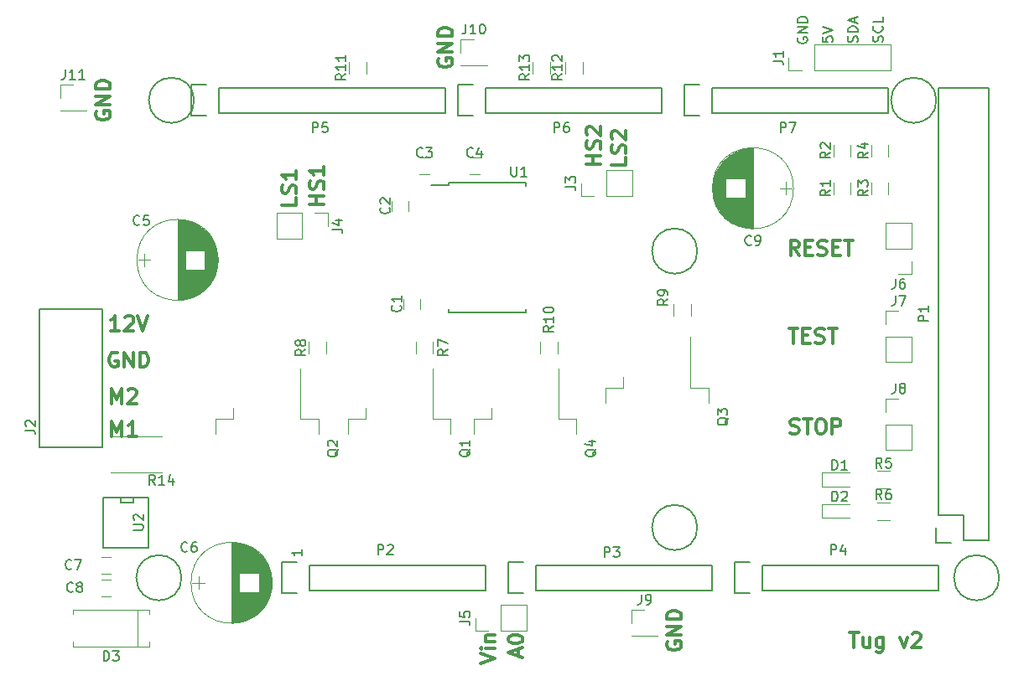
<source format=gbr>
G04 #@! TF.GenerationSoftware,KiCad,Pcbnew,(5.0.0-rc2-37-ga8db21319)*
G04 #@! TF.CreationDate,2018-06-29T03:36:38+01:00*
G04 #@! TF.ProjectId,tug,7475672E6B696361645F706362000000,rev?*
G04 #@! TF.SameCoordinates,Original*
G04 #@! TF.FileFunction,Legend,Top*
G04 #@! TF.FilePolarity,Positive*
%FSLAX46Y46*%
G04 Gerber Fmt 4.6, Leading zero omitted, Abs format (unit mm)*
G04 Created by KiCad (PCBNEW (5.0.0-rc2-37-ga8db21319)) date Fri Jun 29 03:36:38 2018*
%MOMM*%
%LPD*%
G01*
G04 APERTURE LIST*
%ADD10C,0.300000*%
%ADD11C,0.127000*%
%ADD12C,0.150000*%
%ADD13C,0.120000*%
G04 APERTURE END LIST*
D10*
X111010000Y-72008857D02*
X110938571Y-72151714D01*
X110938571Y-72366000D01*
X111010000Y-72580285D01*
X111152857Y-72723142D01*
X111295714Y-72794571D01*
X111581428Y-72866000D01*
X111795714Y-72866000D01*
X112081428Y-72794571D01*
X112224285Y-72723142D01*
X112367142Y-72580285D01*
X112438571Y-72366000D01*
X112438571Y-72223142D01*
X112367142Y-72008857D01*
X112295714Y-71937428D01*
X111795714Y-71937428D01*
X111795714Y-72223142D01*
X112438571Y-71294571D02*
X110938571Y-71294571D01*
X112438571Y-70437428D01*
X110938571Y-70437428D01*
X112438571Y-69723142D02*
X110938571Y-69723142D01*
X110938571Y-69366000D01*
X111010000Y-69151714D01*
X111152857Y-69008857D01*
X111295714Y-68937428D01*
X111581428Y-68866000D01*
X111795714Y-68866000D01*
X112081428Y-68937428D01*
X112224285Y-69008857D01*
X112367142Y-69151714D01*
X112438571Y-69366000D01*
X112438571Y-69723142D01*
X145554000Y-66674857D02*
X145482571Y-66817714D01*
X145482571Y-67032000D01*
X145554000Y-67246285D01*
X145696857Y-67389142D01*
X145839714Y-67460571D01*
X146125428Y-67532000D01*
X146339714Y-67532000D01*
X146625428Y-67460571D01*
X146768285Y-67389142D01*
X146911142Y-67246285D01*
X146982571Y-67032000D01*
X146982571Y-66889142D01*
X146911142Y-66674857D01*
X146839714Y-66603428D01*
X146339714Y-66603428D01*
X146339714Y-66889142D01*
X146982571Y-65960571D02*
X145482571Y-65960571D01*
X146982571Y-65103428D01*
X145482571Y-65103428D01*
X146982571Y-64389142D02*
X145482571Y-64389142D01*
X145482571Y-64032000D01*
X145554000Y-63817714D01*
X145696857Y-63674857D01*
X145839714Y-63603428D01*
X146125428Y-63532000D01*
X146339714Y-63532000D01*
X146625428Y-63603428D01*
X146768285Y-63674857D01*
X146911142Y-63817714D01*
X146982571Y-64032000D01*
X146982571Y-64389142D01*
D11*
X190403238Y-64963523D02*
X190451619Y-64818380D01*
X190451619Y-64576476D01*
X190403238Y-64479714D01*
X190354857Y-64431333D01*
X190258095Y-64382952D01*
X190161333Y-64382952D01*
X190064571Y-64431333D01*
X190016190Y-64479714D01*
X189967809Y-64576476D01*
X189919428Y-64770000D01*
X189871047Y-64866761D01*
X189822666Y-64915142D01*
X189725904Y-64963523D01*
X189629142Y-64963523D01*
X189532380Y-64915142D01*
X189484000Y-64866761D01*
X189435619Y-64770000D01*
X189435619Y-64528095D01*
X189484000Y-64382952D01*
X190354857Y-63366952D02*
X190403238Y-63415333D01*
X190451619Y-63560476D01*
X190451619Y-63657238D01*
X190403238Y-63802380D01*
X190306476Y-63899142D01*
X190209714Y-63947523D01*
X190016190Y-63995904D01*
X189871047Y-63995904D01*
X189677523Y-63947523D01*
X189580761Y-63899142D01*
X189484000Y-63802380D01*
X189435619Y-63657238D01*
X189435619Y-63560476D01*
X189484000Y-63415333D01*
X189532380Y-63366952D01*
X190451619Y-62447714D02*
X190451619Y-62931523D01*
X189435619Y-62931523D01*
X187863238Y-64987714D02*
X187911619Y-64842571D01*
X187911619Y-64600666D01*
X187863238Y-64503904D01*
X187814857Y-64455523D01*
X187718095Y-64407142D01*
X187621333Y-64407142D01*
X187524571Y-64455523D01*
X187476190Y-64503904D01*
X187427809Y-64600666D01*
X187379428Y-64794190D01*
X187331047Y-64890952D01*
X187282666Y-64939333D01*
X187185904Y-64987714D01*
X187089142Y-64987714D01*
X186992380Y-64939333D01*
X186944000Y-64890952D01*
X186895619Y-64794190D01*
X186895619Y-64552285D01*
X186944000Y-64407142D01*
X187911619Y-63971714D02*
X186895619Y-63971714D01*
X186895619Y-63729809D01*
X186944000Y-63584666D01*
X187040761Y-63487904D01*
X187137523Y-63439523D01*
X187331047Y-63391142D01*
X187476190Y-63391142D01*
X187669714Y-63439523D01*
X187766476Y-63487904D01*
X187863238Y-63584666D01*
X187911619Y-63729809D01*
X187911619Y-63971714D01*
X187621333Y-63004095D02*
X187621333Y-62520285D01*
X187911619Y-63100857D02*
X186895619Y-62762190D01*
X187911619Y-62423523D01*
X184355619Y-64455523D02*
X184355619Y-64939333D01*
X184839428Y-64987714D01*
X184791047Y-64939333D01*
X184742666Y-64842571D01*
X184742666Y-64600666D01*
X184791047Y-64503904D01*
X184839428Y-64455523D01*
X184936190Y-64407142D01*
X185178095Y-64407142D01*
X185274857Y-64455523D01*
X185323238Y-64503904D01*
X185371619Y-64600666D01*
X185371619Y-64842571D01*
X185323238Y-64939333D01*
X185274857Y-64987714D01*
X184355619Y-64116857D02*
X185371619Y-63778190D01*
X184355619Y-63439523D01*
X181864000Y-64528095D02*
X181815619Y-64624857D01*
X181815619Y-64770000D01*
X181864000Y-64915142D01*
X181960761Y-65011904D01*
X182057523Y-65060285D01*
X182251047Y-65108666D01*
X182396190Y-65108666D01*
X182589714Y-65060285D01*
X182686476Y-65011904D01*
X182783238Y-64915142D01*
X182831619Y-64770000D01*
X182831619Y-64673238D01*
X182783238Y-64528095D01*
X182734857Y-64479714D01*
X182396190Y-64479714D01*
X182396190Y-64673238D01*
X182831619Y-64044285D02*
X181815619Y-64044285D01*
X182831619Y-63463714D01*
X181815619Y-63463714D01*
X182831619Y-62979904D02*
X181815619Y-62979904D01*
X181815619Y-62738000D01*
X181864000Y-62592857D01*
X181960761Y-62496095D01*
X182057523Y-62447714D01*
X182251047Y-62399333D01*
X182396190Y-62399333D01*
X182589714Y-62447714D01*
X182686476Y-62496095D01*
X182783238Y-62592857D01*
X182831619Y-62738000D01*
X182831619Y-62979904D01*
D10*
X187111142Y-124654571D02*
X187968285Y-124654571D01*
X187539714Y-126154571D02*
X187539714Y-124654571D01*
X189111142Y-125154571D02*
X189111142Y-126154571D01*
X188468285Y-125154571D02*
X188468285Y-125940285D01*
X188539714Y-126083142D01*
X188682571Y-126154571D01*
X188896857Y-126154571D01*
X189039714Y-126083142D01*
X189111142Y-126011714D01*
X190468285Y-125154571D02*
X190468285Y-126368857D01*
X190396857Y-126511714D01*
X190325428Y-126583142D01*
X190182571Y-126654571D01*
X189968285Y-126654571D01*
X189825428Y-126583142D01*
X190468285Y-126083142D02*
X190325428Y-126154571D01*
X190039714Y-126154571D01*
X189896857Y-126083142D01*
X189825428Y-126011714D01*
X189754000Y-125868857D01*
X189754000Y-125440285D01*
X189825428Y-125297428D01*
X189896857Y-125226000D01*
X190039714Y-125154571D01*
X190325428Y-125154571D01*
X190468285Y-125226000D01*
X192182571Y-125154571D02*
X192539714Y-126154571D01*
X192896857Y-125154571D01*
X193396857Y-124797428D02*
X193468285Y-124726000D01*
X193611142Y-124654571D01*
X193968285Y-124654571D01*
X194111142Y-124726000D01*
X194182571Y-124797428D01*
X194254000Y-124940285D01*
X194254000Y-125083142D01*
X194182571Y-125297428D01*
X193325428Y-126154571D01*
X194254000Y-126154571D01*
X181106285Y-104493142D02*
X181320571Y-104564571D01*
X181677714Y-104564571D01*
X181820571Y-104493142D01*
X181892000Y-104421714D01*
X181963428Y-104278857D01*
X181963428Y-104136000D01*
X181892000Y-103993142D01*
X181820571Y-103921714D01*
X181677714Y-103850285D01*
X181392000Y-103778857D01*
X181249142Y-103707428D01*
X181177714Y-103636000D01*
X181106285Y-103493142D01*
X181106285Y-103350285D01*
X181177714Y-103207428D01*
X181249142Y-103136000D01*
X181392000Y-103064571D01*
X181749142Y-103064571D01*
X181963428Y-103136000D01*
X182392000Y-103064571D02*
X183249142Y-103064571D01*
X182820571Y-104564571D02*
X182820571Y-103064571D01*
X184034857Y-103064571D02*
X184320571Y-103064571D01*
X184463428Y-103136000D01*
X184606285Y-103278857D01*
X184677714Y-103564571D01*
X184677714Y-104064571D01*
X184606285Y-104350285D01*
X184463428Y-104493142D01*
X184320571Y-104564571D01*
X184034857Y-104564571D01*
X183892000Y-104493142D01*
X183749142Y-104350285D01*
X183677714Y-104064571D01*
X183677714Y-103564571D01*
X183749142Y-103278857D01*
X183892000Y-103136000D01*
X184034857Y-103064571D01*
X185320571Y-104564571D02*
X185320571Y-103064571D01*
X185892000Y-103064571D01*
X186034857Y-103136000D01*
X186106285Y-103207428D01*
X186177714Y-103350285D01*
X186177714Y-103564571D01*
X186106285Y-103707428D01*
X186034857Y-103778857D01*
X185892000Y-103850285D01*
X185320571Y-103850285D01*
X180995142Y-93920571D02*
X181852285Y-93920571D01*
X181423714Y-95420571D02*
X181423714Y-93920571D01*
X182352285Y-94634857D02*
X182852285Y-94634857D01*
X183066571Y-95420571D02*
X182352285Y-95420571D01*
X182352285Y-93920571D01*
X183066571Y-93920571D01*
X183638000Y-95349142D02*
X183852285Y-95420571D01*
X184209428Y-95420571D01*
X184352285Y-95349142D01*
X184423714Y-95277714D01*
X184495142Y-95134857D01*
X184495142Y-94992000D01*
X184423714Y-94849142D01*
X184352285Y-94777714D01*
X184209428Y-94706285D01*
X183923714Y-94634857D01*
X183780857Y-94563428D01*
X183709428Y-94492000D01*
X183638000Y-94349142D01*
X183638000Y-94206285D01*
X183709428Y-94063428D01*
X183780857Y-93992000D01*
X183923714Y-93920571D01*
X184280857Y-93920571D01*
X184495142Y-93992000D01*
X184923714Y-93920571D02*
X185780857Y-93920571D01*
X185352285Y-95420571D02*
X185352285Y-93920571D01*
X181971428Y-86530571D02*
X181471428Y-85816285D01*
X181114285Y-86530571D02*
X181114285Y-85030571D01*
X181685714Y-85030571D01*
X181828571Y-85102000D01*
X181900000Y-85173428D01*
X181971428Y-85316285D01*
X181971428Y-85530571D01*
X181900000Y-85673428D01*
X181828571Y-85744857D01*
X181685714Y-85816285D01*
X181114285Y-85816285D01*
X182614285Y-85744857D02*
X183114285Y-85744857D01*
X183328571Y-86530571D02*
X182614285Y-86530571D01*
X182614285Y-85030571D01*
X183328571Y-85030571D01*
X183900000Y-86459142D02*
X184114285Y-86530571D01*
X184471428Y-86530571D01*
X184614285Y-86459142D01*
X184685714Y-86387714D01*
X184757142Y-86244857D01*
X184757142Y-86102000D01*
X184685714Y-85959142D01*
X184614285Y-85887714D01*
X184471428Y-85816285D01*
X184185714Y-85744857D01*
X184042857Y-85673428D01*
X183971428Y-85602000D01*
X183900000Y-85459142D01*
X183900000Y-85316285D01*
X183971428Y-85173428D01*
X184042857Y-85102000D01*
X184185714Y-85030571D01*
X184542857Y-85030571D01*
X184757142Y-85102000D01*
X185400000Y-85744857D02*
X185900000Y-85744857D01*
X186114285Y-86530571D02*
X185400000Y-86530571D01*
X185400000Y-85030571D01*
X186114285Y-85030571D01*
X186542857Y-85030571D02*
X187400000Y-85030571D01*
X186971428Y-86530571D02*
X186971428Y-85030571D01*
X168668000Y-125602857D02*
X168596571Y-125745714D01*
X168596571Y-125960000D01*
X168668000Y-126174285D01*
X168810857Y-126317142D01*
X168953714Y-126388571D01*
X169239428Y-126460000D01*
X169453714Y-126460000D01*
X169739428Y-126388571D01*
X169882285Y-126317142D01*
X170025142Y-126174285D01*
X170096571Y-125960000D01*
X170096571Y-125817142D01*
X170025142Y-125602857D01*
X169953714Y-125531428D01*
X169453714Y-125531428D01*
X169453714Y-125817142D01*
X170096571Y-124888571D02*
X168596571Y-124888571D01*
X170096571Y-124031428D01*
X168596571Y-124031428D01*
X170096571Y-123317142D02*
X168596571Y-123317142D01*
X168596571Y-122960000D01*
X168668000Y-122745714D01*
X168810857Y-122602857D01*
X168953714Y-122531428D01*
X169239428Y-122460000D01*
X169453714Y-122460000D01*
X169739428Y-122531428D01*
X169882285Y-122602857D01*
X170025142Y-122745714D01*
X170096571Y-122960000D01*
X170096571Y-123317142D01*
X153666000Y-127055428D02*
X153666000Y-126341142D01*
X154094571Y-127198285D02*
X152594571Y-126698285D01*
X154094571Y-126198285D01*
X152594571Y-125412571D02*
X152594571Y-125269714D01*
X152666000Y-125126857D01*
X152737428Y-125055428D01*
X152880285Y-124984000D01*
X153166000Y-124912571D01*
X153523142Y-124912571D01*
X153808857Y-124984000D01*
X153951714Y-125055428D01*
X154023142Y-125126857D01*
X154094571Y-125269714D01*
X154094571Y-125412571D01*
X154023142Y-125555428D01*
X153951714Y-125626857D01*
X153808857Y-125698285D01*
X153523142Y-125769714D01*
X153166000Y-125769714D01*
X152880285Y-125698285D01*
X152737428Y-125626857D01*
X152666000Y-125555428D01*
X152594571Y-125412571D01*
X149800571Y-127773714D02*
X151300571Y-127273714D01*
X149800571Y-126773714D01*
X151300571Y-126273714D02*
X150300571Y-126273714D01*
X149800571Y-126273714D02*
X149872000Y-126345142D01*
X149943428Y-126273714D01*
X149872000Y-126202285D01*
X149800571Y-126273714D01*
X149943428Y-126273714D01*
X150300571Y-125559428D02*
X151300571Y-125559428D01*
X150443428Y-125559428D02*
X150372000Y-125488000D01*
X150300571Y-125345142D01*
X150300571Y-125130857D01*
X150372000Y-124988000D01*
X150514857Y-124916571D01*
X151300571Y-124916571D01*
X164508571Y-76656285D02*
X164508571Y-77370571D01*
X163008571Y-77370571D01*
X164437142Y-76227714D02*
X164508571Y-76013428D01*
X164508571Y-75656285D01*
X164437142Y-75513428D01*
X164365714Y-75442000D01*
X164222857Y-75370571D01*
X164080000Y-75370571D01*
X163937142Y-75442000D01*
X163865714Y-75513428D01*
X163794285Y-75656285D01*
X163722857Y-75942000D01*
X163651428Y-76084857D01*
X163580000Y-76156285D01*
X163437142Y-76227714D01*
X163294285Y-76227714D01*
X163151428Y-76156285D01*
X163080000Y-76084857D01*
X163008571Y-75942000D01*
X163008571Y-75584857D01*
X163080000Y-75370571D01*
X163151428Y-74799142D02*
X163080000Y-74727714D01*
X163008571Y-74584857D01*
X163008571Y-74227714D01*
X163080000Y-74084857D01*
X163151428Y-74013428D01*
X163294285Y-73942000D01*
X163437142Y-73942000D01*
X163651428Y-74013428D01*
X164508571Y-74870571D01*
X164508571Y-73942000D01*
X161968571Y-77295142D02*
X160468571Y-77295142D01*
X161182857Y-77295142D02*
X161182857Y-76438000D01*
X161968571Y-76438000D02*
X160468571Y-76438000D01*
X161897142Y-75795142D02*
X161968571Y-75580857D01*
X161968571Y-75223714D01*
X161897142Y-75080857D01*
X161825714Y-75009428D01*
X161682857Y-74938000D01*
X161540000Y-74938000D01*
X161397142Y-75009428D01*
X161325714Y-75080857D01*
X161254285Y-75223714D01*
X161182857Y-75509428D01*
X161111428Y-75652285D01*
X161040000Y-75723714D01*
X160897142Y-75795142D01*
X160754285Y-75795142D01*
X160611428Y-75723714D01*
X160540000Y-75652285D01*
X160468571Y-75509428D01*
X160468571Y-75152285D01*
X160540000Y-74938000D01*
X160611428Y-74366571D02*
X160540000Y-74295142D01*
X160468571Y-74152285D01*
X160468571Y-73795142D01*
X160540000Y-73652285D01*
X160611428Y-73580857D01*
X160754285Y-73509428D01*
X160897142Y-73509428D01*
X161111428Y-73580857D01*
X161968571Y-74438000D01*
X161968571Y-73509428D01*
X131234571Y-80720285D02*
X131234571Y-81434571D01*
X129734571Y-81434571D01*
X131163142Y-80291714D02*
X131234571Y-80077428D01*
X131234571Y-79720285D01*
X131163142Y-79577428D01*
X131091714Y-79506000D01*
X130948857Y-79434571D01*
X130806000Y-79434571D01*
X130663142Y-79506000D01*
X130591714Y-79577428D01*
X130520285Y-79720285D01*
X130448857Y-80006000D01*
X130377428Y-80148857D01*
X130306000Y-80220285D01*
X130163142Y-80291714D01*
X130020285Y-80291714D01*
X129877428Y-80220285D01*
X129806000Y-80148857D01*
X129734571Y-80006000D01*
X129734571Y-79648857D01*
X129806000Y-79434571D01*
X131234571Y-78006000D02*
X131234571Y-78863142D01*
X131234571Y-78434571D02*
X129734571Y-78434571D01*
X129948857Y-78577428D01*
X130091714Y-78720285D01*
X130163142Y-78863142D01*
X134028571Y-81359142D02*
X132528571Y-81359142D01*
X133242857Y-81359142D02*
X133242857Y-80502000D01*
X134028571Y-80502000D02*
X132528571Y-80502000D01*
X133957142Y-79859142D02*
X134028571Y-79644857D01*
X134028571Y-79287714D01*
X133957142Y-79144857D01*
X133885714Y-79073428D01*
X133742857Y-79002000D01*
X133600000Y-79002000D01*
X133457142Y-79073428D01*
X133385714Y-79144857D01*
X133314285Y-79287714D01*
X133242857Y-79573428D01*
X133171428Y-79716285D01*
X133100000Y-79787714D01*
X132957142Y-79859142D01*
X132814285Y-79859142D01*
X132671428Y-79787714D01*
X132600000Y-79716285D01*
X132528571Y-79573428D01*
X132528571Y-79216285D01*
X132600000Y-79002000D01*
X134028571Y-77573428D02*
X134028571Y-78430571D01*
X134028571Y-78002000D02*
X132528571Y-78002000D01*
X132742857Y-78144857D01*
X132885714Y-78287714D01*
X132957142Y-78430571D01*
X112577714Y-104818571D02*
X112577714Y-103318571D01*
X113077714Y-104390000D01*
X113577714Y-103318571D01*
X113577714Y-104818571D01*
X115077714Y-104818571D02*
X114220571Y-104818571D01*
X114649142Y-104818571D02*
X114649142Y-103318571D01*
X114506285Y-103532857D01*
X114363428Y-103675714D01*
X114220571Y-103747142D01*
X112577714Y-101516571D02*
X112577714Y-100016571D01*
X113077714Y-101088000D01*
X113577714Y-100016571D01*
X113577714Y-101516571D01*
X114220571Y-100159428D02*
X114292000Y-100088000D01*
X114434857Y-100016571D01*
X114792000Y-100016571D01*
X114934857Y-100088000D01*
X115006285Y-100159428D01*
X115077714Y-100302285D01*
X115077714Y-100445142D01*
X115006285Y-100659428D01*
X114149142Y-101516571D01*
X115077714Y-101516571D01*
X113157142Y-96405000D02*
X113014285Y-96333571D01*
X112800000Y-96333571D01*
X112585714Y-96405000D01*
X112442857Y-96547857D01*
X112371428Y-96690714D01*
X112300000Y-96976428D01*
X112300000Y-97190714D01*
X112371428Y-97476428D01*
X112442857Y-97619285D01*
X112585714Y-97762142D01*
X112800000Y-97833571D01*
X112942857Y-97833571D01*
X113157142Y-97762142D01*
X113228571Y-97690714D01*
X113228571Y-97190714D01*
X112942857Y-97190714D01*
X113871428Y-97833571D02*
X113871428Y-96333571D01*
X114728571Y-97833571D01*
X114728571Y-96333571D01*
X115442857Y-97833571D02*
X115442857Y-96333571D01*
X115800000Y-96333571D01*
X116014285Y-96405000D01*
X116157142Y-96547857D01*
X116228571Y-96690714D01*
X116300000Y-96976428D01*
X116300000Y-97190714D01*
X116228571Y-97476428D01*
X116157142Y-97619285D01*
X116014285Y-97762142D01*
X115800000Y-97833571D01*
X115442857Y-97833571D01*
X113371428Y-94150571D02*
X112514285Y-94150571D01*
X112942857Y-94150571D02*
X112942857Y-92650571D01*
X112800000Y-92864857D01*
X112657142Y-93007714D01*
X112514285Y-93079142D01*
X113942857Y-92793428D02*
X114014285Y-92722000D01*
X114157142Y-92650571D01*
X114514285Y-92650571D01*
X114657142Y-92722000D01*
X114728571Y-92793428D01*
X114800000Y-92936285D01*
X114800000Y-93079142D01*
X114728571Y-93293428D01*
X113871428Y-94150571D01*
X114800000Y-94150571D01*
X115228571Y-92650571D02*
X115728571Y-94150571D01*
X116228571Y-92650571D01*
D12*
X131770380Y-116300285D02*
X131770380Y-116871714D01*
X131770380Y-116586000D02*
X130770380Y-116586000D01*
X130913238Y-116681238D01*
X131008476Y-116776476D01*
X131056095Y-116871714D01*
G04 #@! TO.C,U2*
X116332000Y-110998000D02*
X116332000Y-116078000D01*
X116332000Y-116078000D02*
X111760000Y-116078000D01*
X111760000Y-116078000D02*
X111760000Y-110998000D01*
X111760000Y-110998000D02*
X116332000Y-110998000D01*
X114808000Y-110998000D02*
X114808000Y-111506000D01*
X114808000Y-111506000D02*
X113538000Y-111506000D01*
X113538000Y-111506000D02*
X113538000Y-110998000D01*
G04 #@! TO.C,P1*
X201168000Y-115316000D02*
X201168000Y-69596000D01*
X196088000Y-69596000D02*
X196088000Y-112776000D01*
X201168000Y-69596000D02*
X196088000Y-69596000D01*
X201168000Y-115316000D02*
X198628000Y-115316000D01*
X195808000Y-114046000D02*
X195808000Y-115596000D01*
X198628000Y-115316000D02*
X198628000Y-112776000D01*
X198628000Y-112776000D02*
X196088000Y-112776000D01*
X195808000Y-115596000D02*
X197358000Y-115596000D01*
G04 #@! TO.C,P2*
X132588000Y-120396000D02*
X150368000Y-120396000D01*
X150368000Y-120396000D02*
X150368000Y-117856000D01*
X150368000Y-117856000D02*
X132588000Y-117856000D01*
X129768000Y-120676000D02*
X131318000Y-120676000D01*
X132588000Y-120396000D02*
X132588000Y-117856000D01*
X131318000Y-117576000D02*
X129768000Y-117576000D01*
X129768000Y-117576000D02*
X129768000Y-120676000D01*
G04 #@! TO.C,P3*
X155448000Y-120396000D02*
X173228000Y-120396000D01*
X173228000Y-120396000D02*
X173228000Y-117856000D01*
X173228000Y-117856000D02*
X155448000Y-117856000D01*
X152628000Y-120676000D02*
X154178000Y-120676000D01*
X155448000Y-120396000D02*
X155448000Y-117856000D01*
X154178000Y-117576000D02*
X152628000Y-117576000D01*
X152628000Y-117576000D02*
X152628000Y-120676000D01*
G04 #@! TO.C,P4*
X178308000Y-120396000D02*
X196088000Y-120396000D01*
X196088000Y-120396000D02*
X196088000Y-117856000D01*
X196088000Y-117856000D02*
X178308000Y-117856000D01*
X175488000Y-120676000D02*
X177038000Y-120676000D01*
X178308000Y-120396000D02*
X178308000Y-117856000D01*
X177038000Y-117576000D02*
X175488000Y-117576000D01*
X175488000Y-117576000D02*
X175488000Y-120676000D01*
G04 #@! TO.C,P5*
X123444000Y-72136000D02*
X146304000Y-72136000D01*
X146304000Y-72136000D02*
X146304000Y-69596000D01*
X146304000Y-69596000D02*
X123444000Y-69596000D01*
X120624000Y-72416000D02*
X122174000Y-72416000D01*
X123444000Y-72136000D02*
X123444000Y-69596000D01*
X122174000Y-69316000D02*
X120624000Y-69316000D01*
X120624000Y-69316000D02*
X120624000Y-72416000D01*
G04 #@! TO.C,P6*
X150368000Y-72136000D02*
X168148000Y-72136000D01*
X168148000Y-72136000D02*
X168148000Y-69596000D01*
X168148000Y-69596000D02*
X150368000Y-69596000D01*
X147548000Y-72416000D02*
X149098000Y-72416000D01*
X150368000Y-72136000D02*
X150368000Y-69596000D01*
X149098000Y-69316000D02*
X147548000Y-69316000D01*
X147548000Y-69316000D02*
X147548000Y-72416000D01*
G04 #@! TO.C,P7*
X173228000Y-72136000D02*
X191008000Y-72136000D01*
X191008000Y-72136000D02*
X191008000Y-69596000D01*
X191008000Y-69596000D02*
X173228000Y-69596000D01*
X170408000Y-72416000D02*
X171958000Y-72416000D01*
X173228000Y-72136000D02*
X173228000Y-69596000D01*
X171958000Y-69316000D02*
X170408000Y-69316000D01*
X170408000Y-69316000D02*
X170408000Y-72416000D01*
G04 #@! TO.C,P8*
X119634000Y-119126000D02*
G75*
G03X119634000Y-119126000I-2286000J0D01*
G01*
G04 #@! TO.C,P9*
X171704000Y-114046000D02*
G75*
G03X171704000Y-114046000I-2286000J0D01*
G01*
G04 #@! TO.C,P10*
X202184000Y-119126000D02*
G75*
G03X202184000Y-119126000I-2286000J0D01*
G01*
G04 #@! TO.C,P11*
X120904000Y-70866000D02*
G75*
G03X120904000Y-70866000I-2286000J0D01*
G01*
G04 #@! TO.C,P12*
X171704000Y-86106000D02*
G75*
G03X171704000Y-86106000I-2286000J0D01*
G01*
G04 #@! TO.C,P13*
X195834000Y-70866000D02*
G75*
G03X195834000Y-70866000I-2286000J0D01*
G01*
D13*
G04 #@! TO.C,C1*
X143725000Y-91940000D02*
X143725000Y-90940000D01*
X142025000Y-90940000D02*
X142025000Y-91940000D01*
G04 #@! TO.C,C2*
X140882000Y-81034000D02*
X140882000Y-82034000D01*
X142582000Y-82034000D02*
X142582000Y-81034000D01*
G04 #@! TO.C,C3*
X143645000Y-78320000D02*
X144645000Y-78320000D01*
X144645000Y-76620000D02*
X143645000Y-76620000D01*
G04 #@! TO.C,C4*
X149725000Y-76620000D02*
X148725000Y-76620000D01*
X148725000Y-78320000D02*
X149725000Y-78320000D01*
G04 #@! TO.C,C5*
X115875000Y-86345000D02*
X115875000Y-87645000D01*
X115275000Y-86995000D02*
X116475000Y-86995000D01*
X123306000Y-86749000D02*
X123306000Y-87241000D01*
X123266000Y-86397000D02*
X123266000Y-87593000D01*
X123226000Y-86181000D02*
X123226000Y-87809000D01*
X123186000Y-86012000D02*
X123186000Y-87978000D01*
X123146000Y-85868000D02*
X123146000Y-88122000D01*
X123106000Y-85741000D02*
X123106000Y-88249000D01*
X123066000Y-85626000D02*
X123066000Y-88364000D01*
X123026000Y-85522000D02*
X123026000Y-88468000D01*
X122986000Y-85425000D02*
X122986000Y-88565000D01*
X122946000Y-85335000D02*
X122946000Y-88655000D01*
X122906000Y-85250000D02*
X122906000Y-88740000D01*
X122866000Y-85169000D02*
X122866000Y-88821000D01*
X122826000Y-85093000D02*
X122826000Y-88897000D01*
X122786000Y-85021000D02*
X122786000Y-88969000D01*
X122746000Y-84952000D02*
X122746000Y-89038000D01*
X122706000Y-84886000D02*
X122706000Y-89104000D01*
X122666000Y-84822000D02*
X122666000Y-89168000D01*
X122626000Y-84761000D02*
X122626000Y-89229000D01*
X122586000Y-84702000D02*
X122586000Y-89288000D01*
X122546000Y-84646000D02*
X122546000Y-89344000D01*
X122506000Y-84591000D02*
X122506000Y-89399000D01*
X122466000Y-84538000D02*
X122466000Y-89452000D01*
X122426000Y-84487000D02*
X122426000Y-89503000D01*
X122386000Y-84438000D02*
X122386000Y-89552000D01*
X122346000Y-84390000D02*
X122346000Y-89600000D01*
X122306000Y-84343000D02*
X122306000Y-89647000D01*
X122266000Y-84298000D02*
X122266000Y-89692000D01*
X122226000Y-84255000D02*
X122226000Y-89735000D01*
X122186000Y-84212000D02*
X122186000Y-89778000D01*
X122146000Y-84171000D02*
X122146000Y-89819000D01*
X122106000Y-84130000D02*
X122106000Y-89860000D01*
X122066000Y-84091000D02*
X122066000Y-89899000D01*
X122026000Y-84053000D02*
X122026000Y-89937000D01*
X121986000Y-84016000D02*
X121986000Y-89974000D01*
X121946000Y-87975000D02*
X121946000Y-90010000D01*
X121946000Y-83980000D02*
X121946000Y-86015000D01*
X121906000Y-87975000D02*
X121906000Y-90045000D01*
X121906000Y-83945000D02*
X121906000Y-86015000D01*
X121866000Y-87975000D02*
X121866000Y-90079000D01*
X121866000Y-83911000D02*
X121866000Y-86015000D01*
X121826000Y-87975000D02*
X121826000Y-90113000D01*
X121826000Y-83877000D02*
X121826000Y-86015000D01*
X121786000Y-87975000D02*
X121786000Y-90145000D01*
X121786000Y-83845000D02*
X121786000Y-86015000D01*
X121746000Y-87975000D02*
X121746000Y-90177000D01*
X121746000Y-83813000D02*
X121746000Y-86015000D01*
X121706000Y-87975000D02*
X121706000Y-90208000D01*
X121706000Y-83782000D02*
X121706000Y-86015000D01*
X121666000Y-87975000D02*
X121666000Y-90238000D01*
X121666000Y-83752000D02*
X121666000Y-86015000D01*
X121626000Y-87975000D02*
X121626000Y-90267000D01*
X121626000Y-83723000D02*
X121626000Y-86015000D01*
X121586000Y-87975000D02*
X121586000Y-90296000D01*
X121586000Y-83694000D02*
X121586000Y-86015000D01*
X121546000Y-87975000D02*
X121546000Y-90324000D01*
X121546000Y-83666000D02*
X121546000Y-86015000D01*
X121506000Y-87975000D02*
X121506000Y-90351000D01*
X121506000Y-83639000D02*
X121506000Y-86015000D01*
X121466000Y-87975000D02*
X121466000Y-90378000D01*
X121466000Y-83612000D02*
X121466000Y-86015000D01*
X121426000Y-87975000D02*
X121426000Y-90403000D01*
X121426000Y-83587000D02*
X121426000Y-86015000D01*
X121386000Y-87975000D02*
X121386000Y-90429000D01*
X121386000Y-83561000D02*
X121386000Y-86015000D01*
X121346000Y-87975000D02*
X121346000Y-90453000D01*
X121346000Y-83537000D02*
X121346000Y-86015000D01*
X121306000Y-87975000D02*
X121306000Y-90477000D01*
X121306000Y-83513000D02*
X121306000Y-86015000D01*
X121266000Y-87975000D02*
X121266000Y-90500000D01*
X121266000Y-83490000D02*
X121266000Y-86015000D01*
X121226000Y-87975000D02*
X121226000Y-90523000D01*
X121226000Y-83467000D02*
X121226000Y-86015000D01*
X121186000Y-87975000D02*
X121186000Y-90545000D01*
X121186000Y-83445000D02*
X121186000Y-86015000D01*
X121146000Y-87975000D02*
X121146000Y-90567000D01*
X121146000Y-83423000D02*
X121146000Y-86015000D01*
X121106000Y-87975000D02*
X121106000Y-90588000D01*
X121106000Y-83402000D02*
X121106000Y-86015000D01*
X121066000Y-87975000D02*
X121066000Y-90608000D01*
X121066000Y-83382000D02*
X121066000Y-86015000D01*
X121026000Y-87975000D02*
X121026000Y-90628000D01*
X121026000Y-83362000D02*
X121026000Y-86015000D01*
X120986000Y-87975000D02*
X120986000Y-90647000D01*
X120986000Y-83343000D02*
X120986000Y-86015000D01*
X120946000Y-87975000D02*
X120946000Y-90666000D01*
X120946000Y-83324000D02*
X120946000Y-86015000D01*
X120906000Y-87975000D02*
X120906000Y-90685000D01*
X120906000Y-83305000D02*
X120906000Y-86015000D01*
X120866000Y-87975000D02*
X120866000Y-90702000D01*
X120866000Y-83288000D02*
X120866000Y-86015000D01*
X120826000Y-87975000D02*
X120826000Y-90720000D01*
X120826000Y-83270000D02*
X120826000Y-86015000D01*
X120786000Y-87975000D02*
X120786000Y-90736000D01*
X120786000Y-83254000D02*
X120786000Y-86015000D01*
X120746000Y-87975000D02*
X120746000Y-90753000D01*
X120746000Y-83237000D02*
X120746000Y-86015000D01*
X120706000Y-87975000D02*
X120706000Y-90768000D01*
X120706000Y-83222000D02*
X120706000Y-86015000D01*
X120666000Y-87975000D02*
X120666000Y-90784000D01*
X120666000Y-83206000D02*
X120666000Y-86015000D01*
X120626000Y-87975000D02*
X120626000Y-90798000D01*
X120626000Y-83192000D02*
X120626000Y-86015000D01*
X120586000Y-87975000D02*
X120586000Y-90813000D01*
X120586000Y-83177000D02*
X120586000Y-86015000D01*
X120546000Y-87975000D02*
X120546000Y-90827000D01*
X120546000Y-83163000D02*
X120546000Y-86015000D01*
X120506000Y-87975000D02*
X120506000Y-90840000D01*
X120506000Y-83150000D02*
X120506000Y-86015000D01*
X120466000Y-87975000D02*
X120466000Y-90853000D01*
X120466000Y-83137000D02*
X120466000Y-86015000D01*
X120426000Y-87975000D02*
X120426000Y-90865000D01*
X120426000Y-83125000D02*
X120426000Y-86015000D01*
X120386000Y-87975000D02*
X120386000Y-90878000D01*
X120386000Y-83112000D02*
X120386000Y-86015000D01*
X120346000Y-87975000D02*
X120346000Y-90889000D01*
X120346000Y-83101000D02*
X120346000Y-86015000D01*
X120306000Y-87975000D02*
X120306000Y-90900000D01*
X120306000Y-83090000D02*
X120306000Y-86015000D01*
X120266000Y-87975000D02*
X120266000Y-90911000D01*
X120266000Y-83079000D02*
X120266000Y-86015000D01*
X120226000Y-87975000D02*
X120226000Y-90921000D01*
X120226000Y-83069000D02*
X120226000Y-86015000D01*
X120186000Y-87975000D02*
X120186000Y-90931000D01*
X120186000Y-83059000D02*
X120186000Y-86015000D01*
X120146000Y-87975000D02*
X120146000Y-90941000D01*
X120146000Y-83049000D02*
X120146000Y-86015000D01*
X120106000Y-87975000D02*
X120106000Y-90950000D01*
X120106000Y-83040000D02*
X120106000Y-86015000D01*
X120066000Y-87975000D02*
X120066000Y-90958000D01*
X120066000Y-83032000D02*
X120066000Y-86015000D01*
X120026000Y-87975000D02*
X120026000Y-90966000D01*
X120026000Y-83024000D02*
X120026000Y-86015000D01*
X119986000Y-83016000D02*
X119986000Y-90974000D01*
X119946000Y-83008000D02*
X119946000Y-90982000D01*
X119905000Y-83001000D02*
X119905000Y-90989000D01*
X119865000Y-82995000D02*
X119865000Y-90995000D01*
X119825000Y-82989000D02*
X119825000Y-91001000D01*
X119785000Y-82983000D02*
X119785000Y-91007000D01*
X119745000Y-82978000D02*
X119745000Y-91012000D01*
X119705000Y-82973000D02*
X119705000Y-91017000D01*
X119665000Y-82968000D02*
X119665000Y-91022000D01*
X119625000Y-82964000D02*
X119625000Y-91026000D01*
X119585000Y-82960000D02*
X119585000Y-91030000D01*
X119545000Y-82957000D02*
X119545000Y-91033000D01*
X119505000Y-82954000D02*
X119505000Y-91036000D01*
X119465000Y-82952000D02*
X119465000Y-91038000D01*
X119425000Y-82949000D02*
X119425000Y-91041000D01*
X119385000Y-82948000D02*
X119385000Y-91042000D01*
X119345000Y-82946000D02*
X119345000Y-91044000D01*
X119305000Y-82945000D02*
X119305000Y-91045000D01*
X119265000Y-82945000D02*
X119265000Y-91045000D01*
X119225000Y-82945000D02*
X119225000Y-91045000D01*
X123315000Y-86995000D02*
G75*
G03X123315000Y-86995000I-4090000J0D01*
G01*
G04 #@! TO.C,C6*
X128776000Y-119634000D02*
G75*
G03X128776000Y-119634000I-4090000J0D01*
G01*
X124686000Y-115584000D02*
X124686000Y-123684000D01*
X124726000Y-115584000D02*
X124726000Y-123684000D01*
X124766000Y-115584000D02*
X124766000Y-123684000D01*
X124806000Y-115585000D02*
X124806000Y-123683000D01*
X124846000Y-115587000D02*
X124846000Y-123681000D01*
X124886000Y-115588000D02*
X124886000Y-123680000D01*
X124926000Y-115591000D02*
X124926000Y-123677000D01*
X124966000Y-115593000D02*
X124966000Y-123675000D01*
X125006000Y-115596000D02*
X125006000Y-123672000D01*
X125046000Y-115599000D02*
X125046000Y-123669000D01*
X125086000Y-115603000D02*
X125086000Y-123665000D01*
X125126000Y-115607000D02*
X125126000Y-123661000D01*
X125166000Y-115612000D02*
X125166000Y-123656000D01*
X125206000Y-115617000D02*
X125206000Y-123651000D01*
X125246000Y-115622000D02*
X125246000Y-123646000D01*
X125286000Y-115628000D02*
X125286000Y-123640000D01*
X125326000Y-115634000D02*
X125326000Y-123634000D01*
X125366000Y-115640000D02*
X125366000Y-123628000D01*
X125407000Y-115647000D02*
X125407000Y-123621000D01*
X125447000Y-115655000D02*
X125447000Y-123613000D01*
X125487000Y-115663000D02*
X125487000Y-118654000D01*
X125487000Y-120614000D02*
X125487000Y-123605000D01*
X125527000Y-115671000D02*
X125527000Y-118654000D01*
X125527000Y-120614000D02*
X125527000Y-123597000D01*
X125567000Y-115679000D02*
X125567000Y-118654000D01*
X125567000Y-120614000D02*
X125567000Y-123589000D01*
X125607000Y-115688000D02*
X125607000Y-118654000D01*
X125607000Y-120614000D02*
X125607000Y-123580000D01*
X125647000Y-115698000D02*
X125647000Y-118654000D01*
X125647000Y-120614000D02*
X125647000Y-123570000D01*
X125687000Y-115708000D02*
X125687000Y-118654000D01*
X125687000Y-120614000D02*
X125687000Y-123560000D01*
X125727000Y-115718000D02*
X125727000Y-118654000D01*
X125727000Y-120614000D02*
X125727000Y-123550000D01*
X125767000Y-115729000D02*
X125767000Y-118654000D01*
X125767000Y-120614000D02*
X125767000Y-123539000D01*
X125807000Y-115740000D02*
X125807000Y-118654000D01*
X125807000Y-120614000D02*
X125807000Y-123528000D01*
X125847000Y-115751000D02*
X125847000Y-118654000D01*
X125847000Y-120614000D02*
X125847000Y-123517000D01*
X125887000Y-115764000D02*
X125887000Y-118654000D01*
X125887000Y-120614000D02*
X125887000Y-123504000D01*
X125927000Y-115776000D02*
X125927000Y-118654000D01*
X125927000Y-120614000D02*
X125927000Y-123492000D01*
X125967000Y-115789000D02*
X125967000Y-118654000D01*
X125967000Y-120614000D02*
X125967000Y-123479000D01*
X126007000Y-115802000D02*
X126007000Y-118654000D01*
X126007000Y-120614000D02*
X126007000Y-123466000D01*
X126047000Y-115816000D02*
X126047000Y-118654000D01*
X126047000Y-120614000D02*
X126047000Y-123452000D01*
X126087000Y-115831000D02*
X126087000Y-118654000D01*
X126087000Y-120614000D02*
X126087000Y-123437000D01*
X126127000Y-115845000D02*
X126127000Y-118654000D01*
X126127000Y-120614000D02*
X126127000Y-123423000D01*
X126167000Y-115861000D02*
X126167000Y-118654000D01*
X126167000Y-120614000D02*
X126167000Y-123407000D01*
X126207000Y-115876000D02*
X126207000Y-118654000D01*
X126207000Y-120614000D02*
X126207000Y-123392000D01*
X126247000Y-115893000D02*
X126247000Y-118654000D01*
X126247000Y-120614000D02*
X126247000Y-123375000D01*
X126287000Y-115909000D02*
X126287000Y-118654000D01*
X126287000Y-120614000D02*
X126287000Y-123359000D01*
X126327000Y-115927000D02*
X126327000Y-118654000D01*
X126327000Y-120614000D02*
X126327000Y-123341000D01*
X126367000Y-115944000D02*
X126367000Y-118654000D01*
X126367000Y-120614000D02*
X126367000Y-123324000D01*
X126407000Y-115963000D02*
X126407000Y-118654000D01*
X126407000Y-120614000D02*
X126407000Y-123305000D01*
X126447000Y-115982000D02*
X126447000Y-118654000D01*
X126447000Y-120614000D02*
X126447000Y-123286000D01*
X126487000Y-116001000D02*
X126487000Y-118654000D01*
X126487000Y-120614000D02*
X126487000Y-123267000D01*
X126527000Y-116021000D02*
X126527000Y-118654000D01*
X126527000Y-120614000D02*
X126527000Y-123247000D01*
X126567000Y-116041000D02*
X126567000Y-118654000D01*
X126567000Y-120614000D02*
X126567000Y-123227000D01*
X126607000Y-116062000D02*
X126607000Y-118654000D01*
X126607000Y-120614000D02*
X126607000Y-123206000D01*
X126647000Y-116084000D02*
X126647000Y-118654000D01*
X126647000Y-120614000D02*
X126647000Y-123184000D01*
X126687000Y-116106000D02*
X126687000Y-118654000D01*
X126687000Y-120614000D02*
X126687000Y-123162000D01*
X126727000Y-116129000D02*
X126727000Y-118654000D01*
X126727000Y-120614000D02*
X126727000Y-123139000D01*
X126767000Y-116152000D02*
X126767000Y-118654000D01*
X126767000Y-120614000D02*
X126767000Y-123116000D01*
X126807000Y-116176000D02*
X126807000Y-118654000D01*
X126807000Y-120614000D02*
X126807000Y-123092000D01*
X126847000Y-116200000D02*
X126847000Y-118654000D01*
X126847000Y-120614000D02*
X126847000Y-123068000D01*
X126887000Y-116226000D02*
X126887000Y-118654000D01*
X126887000Y-120614000D02*
X126887000Y-123042000D01*
X126927000Y-116251000D02*
X126927000Y-118654000D01*
X126927000Y-120614000D02*
X126927000Y-123017000D01*
X126967000Y-116278000D02*
X126967000Y-118654000D01*
X126967000Y-120614000D02*
X126967000Y-122990000D01*
X127007000Y-116305000D02*
X127007000Y-118654000D01*
X127007000Y-120614000D02*
X127007000Y-122963000D01*
X127047000Y-116333000D02*
X127047000Y-118654000D01*
X127047000Y-120614000D02*
X127047000Y-122935000D01*
X127087000Y-116362000D02*
X127087000Y-118654000D01*
X127087000Y-120614000D02*
X127087000Y-122906000D01*
X127127000Y-116391000D02*
X127127000Y-118654000D01*
X127127000Y-120614000D02*
X127127000Y-122877000D01*
X127167000Y-116421000D02*
X127167000Y-118654000D01*
X127167000Y-120614000D02*
X127167000Y-122847000D01*
X127207000Y-116452000D02*
X127207000Y-118654000D01*
X127207000Y-120614000D02*
X127207000Y-122816000D01*
X127247000Y-116484000D02*
X127247000Y-118654000D01*
X127247000Y-120614000D02*
X127247000Y-122784000D01*
X127287000Y-116516000D02*
X127287000Y-118654000D01*
X127287000Y-120614000D02*
X127287000Y-122752000D01*
X127327000Y-116550000D02*
X127327000Y-118654000D01*
X127327000Y-120614000D02*
X127327000Y-122718000D01*
X127367000Y-116584000D02*
X127367000Y-118654000D01*
X127367000Y-120614000D02*
X127367000Y-122684000D01*
X127407000Y-116619000D02*
X127407000Y-118654000D01*
X127407000Y-120614000D02*
X127407000Y-122649000D01*
X127447000Y-116655000D02*
X127447000Y-122613000D01*
X127487000Y-116692000D02*
X127487000Y-122576000D01*
X127527000Y-116730000D02*
X127527000Y-122538000D01*
X127567000Y-116769000D02*
X127567000Y-122499000D01*
X127607000Y-116810000D02*
X127607000Y-122458000D01*
X127647000Y-116851000D02*
X127647000Y-122417000D01*
X127687000Y-116894000D02*
X127687000Y-122374000D01*
X127727000Y-116937000D02*
X127727000Y-122331000D01*
X127767000Y-116982000D02*
X127767000Y-122286000D01*
X127807000Y-117029000D02*
X127807000Y-122239000D01*
X127847000Y-117077000D02*
X127847000Y-122191000D01*
X127887000Y-117126000D02*
X127887000Y-122142000D01*
X127927000Y-117177000D02*
X127927000Y-122091000D01*
X127967000Y-117230000D02*
X127967000Y-122038000D01*
X128007000Y-117285000D02*
X128007000Y-121983000D01*
X128047000Y-117341000D02*
X128047000Y-121927000D01*
X128087000Y-117400000D02*
X128087000Y-121868000D01*
X128127000Y-117461000D02*
X128127000Y-121807000D01*
X128167000Y-117525000D02*
X128167000Y-121743000D01*
X128207000Y-117591000D02*
X128207000Y-121677000D01*
X128247000Y-117660000D02*
X128247000Y-121608000D01*
X128287000Y-117732000D02*
X128287000Y-121536000D01*
X128327000Y-117808000D02*
X128327000Y-121460000D01*
X128367000Y-117889000D02*
X128367000Y-121379000D01*
X128407000Y-117974000D02*
X128407000Y-121294000D01*
X128447000Y-118064000D02*
X128447000Y-121204000D01*
X128487000Y-118161000D02*
X128487000Y-121107000D01*
X128527000Y-118265000D02*
X128527000Y-121003000D01*
X128567000Y-118380000D02*
X128567000Y-120888000D01*
X128607000Y-118507000D02*
X128607000Y-120761000D01*
X128647000Y-118651000D02*
X128647000Y-120617000D01*
X128687000Y-118820000D02*
X128687000Y-120448000D01*
X128727000Y-119036000D02*
X128727000Y-120232000D01*
X128767000Y-119388000D02*
X128767000Y-119880000D01*
X120736000Y-119634000D02*
X121936000Y-119634000D01*
X121336000Y-118984000D02*
X121336000Y-120284000D01*
G04 #@! TO.C,C7*
X112514000Y-117006000D02*
X111514000Y-117006000D01*
X111514000Y-118706000D02*
X112514000Y-118706000D01*
G04 #@! TO.C,C8*
X111514000Y-120992000D02*
X112514000Y-120992000D01*
X112514000Y-119292000D02*
X111514000Y-119292000D01*
G04 #@! TO.C,D1*
X184255000Y-108520000D02*
X187055000Y-108520000D01*
X184255000Y-109920000D02*
X187055000Y-109920000D01*
X184255000Y-108520000D02*
X184255000Y-109920000D01*
G04 #@! TO.C,D2*
X184255000Y-111695000D02*
X184255000Y-113095000D01*
X184255000Y-113095000D02*
X187055000Y-113095000D01*
X184255000Y-111695000D02*
X187055000Y-111695000D01*
G04 #@! TO.C,D3*
X116382000Y-125586000D02*
X116382000Y-126066000D01*
X116382000Y-126066000D02*
X108662000Y-126066000D01*
X108662000Y-126066000D02*
X108662000Y-125586000D01*
X116382000Y-122826000D02*
X116382000Y-122346000D01*
X116382000Y-122346000D02*
X108662000Y-122346000D01*
X108662000Y-122346000D02*
X108662000Y-122826000D01*
X115182000Y-126066000D02*
X115182000Y-122346000D01*
G04 #@! TO.C,J1*
X191195000Y-67878000D02*
X191195000Y-65218000D01*
X183515000Y-67878000D02*
X191195000Y-67878000D01*
X183515000Y-65218000D02*
X191195000Y-65218000D01*
X183515000Y-67878000D02*
X183515000Y-65218000D01*
X182245000Y-67878000D02*
X180915000Y-67878000D01*
X180915000Y-67878000D02*
X180915000Y-66548000D01*
D12*
G04 #@! TO.C,J2*
X111633000Y-105918000D02*
X105283000Y-105918000D01*
X111633000Y-91948000D02*
X111633000Y-105918000D01*
X105283000Y-91948000D02*
X111633000Y-91948000D01*
X105283000Y-105918000D02*
X105283000Y-92075000D01*
D13*
G04 #@! TO.C,Q1*
X138215000Y-103095000D02*
X138215000Y-101995000D01*
X136405000Y-103095000D02*
X138215000Y-103095000D01*
X136405000Y-104595000D02*
X136405000Y-103095000D01*
X144995000Y-103095000D02*
X144995000Y-97970000D01*
X146805000Y-103095000D02*
X144995000Y-103095000D01*
X146805000Y-104595000D02*
X146805000Y-103095000D01*
G04 #@! TO.C,Q2*
X133470000Y-104595000D02*
X133470000Y-103095000D01*
X133470000Y-103095000D02*
X131660000Y-103095000D01*
X131660000Y-103095000D02*
X131660000Y-97970000D01*
X123070000Y-104595000D02*
X123070000Y-103095000D01*
X123070000Y-103095000D02*
X124880000Y-103095000D01*
X124880000Y-103095000D02*
X124880000Y-101995000D01*
G04 #@! TO.C,Q3*
X164250000Y-99920000D02*
X164250000Y-98820000D01*
X162440000Y-99920000D02*
X164250000Y-99920000D01*
X162440000Y-101420000D02*
X162440000Y-99920000D01*
X171030000Y-99920000D02*
X171030000Y-94795000D01*
X172840000Y-99920000D02*
X171030000Y-99920000D01*
X172840000Y-101420000D02*
X172840000Y-99920000D01*
G04 #@! TO.C,Q4*
X159505000Y-104595000D02*
X159505000Y-103095000D01*
X159505000Y-103095000D02*
X157695000Y-103095000D01*
X157695000Y-103095000D02*
X157695000Y-97970000D01*
X149105000Y-104595000D02*
X149105000Y-103095000D01*
X149105000Y-103095000D02*
X150915000Y-103095000D01*
X150915000Y-103095000D02*
X150915000Y-101995000D01*
G04 #@! TO.C,R1*
X185429000Y-80356000D02*
X185429000Y-79156000D01*
X187189000Y-79156000D02*
X187189000Y-80356000D01*
G04 #@! TO.C,R2*
X187189000Y-75346000D02*
X187189000Y-76546000D01*
X185429000Y-76546000D02*
X185429000Y-75346000D01*
G04 #@! TO.C,R3*
X190999000Y-79156000D02*
X190999000Y-80356000D01*
X189239000Y-80356000D02*
X189239000Y-79156000D01*
G04 #@! TO.C,R4*
X189239000Y-76546000D02*
X189239000Y-75346000D01*
X190999000Y-75346000D02*
X190999000Y-76546000D01*
G04 #@! TO.C,R5*
X191100000Y-110100000D02*
X189900000Y-110100000D01*
X189900000Y-108340000D02*
X191100000Y-108340000D01*
G04 #@! TO.C,R6*
X189900000Y-111515000D02*
X191100000Y-111515000D01*
X191100000Y-113275000D02*
X189900000Y-113275000D01*
G04 #@! TO.C,R7*
X145025000Y-95285000D02*
X145025000Y-96485000D01*
X143265000Y-96485000D02*
X143265000Y-95285000D01*
G04 #@! TO.C,R8*
X132470000Y-96485000D02*
X132470000Y-95285000D01*
X134230000Y-95285000D02*
X134230000Y-96485000D01*
G04 #@! TO.C,R9*
X171060000Y-91475000D02*
X171060000Y-92675000D01*
X169300000Y-92675000D02*
X169300000Y-91475000D01*
G04 #@! TO.C,R10*
X155838000Y-96485000D02*
X155838000Y-95285000D01*
X157598000Y-95285000D02*
X157598000Y-96485000D01*
D12*
G04 #@! TO.C,U1*
X146620000Y-79150000D02*
X146620000Y-79400000D01*
X154370000Y-79150000D02*
X154370000Y-79485000D01*
X154370000Y-92300000D02*
X154370000Y-91965000D01*
X146620000Y-92300000D02*
X146620000Y-91965000D01*
X146620000Y-79150000D02*
X154370000Y-79150000D01*
X146620000Y-92300000D02*
X154370000Y-92300000D01*
X146620000Y-79400000D02*
X144820000Y-79400000D01*
D13*
G04 #@! TO.C,R11*
X136534000Y-68164000D02*
X136534000Y-66964000D01*
X138294000Y-66964000D02*
X138294000Y-68164000D01*
G04 #@! TO.C,R12*
X160138000Y-66964000D02*
X160138000Y-68164000D01*
X158378000Y-68164000D02*
X158378000Y-66964000D01*
G04 #@! TO.C,R13*
X156836000Y-66964000D02*
X156836000Y-68164000D01*
X155076000Y-68164000D02*
X155076000Y-66964000D01*
G04 #@! TO.C,J6*
X193354000Y-83252000D02*
X190694000Y-83252000D01*
X193354000Y-85852000D02*
X193354000Y-83252000D01*
X190694000Y-85852000D02*
X190694000Y-83252000D01*
X193354000Y-85852000D02*
X190694000Y-85852000D01*
X193354000Y-87122000D02*
X193354000Y-88452000D01*
X193354000Y-88452000D02*
X192024000Y-88452000D01*
G04 #@! TO.C,J7*
X190694000Y-92142000D02*
X192024000Y-92142000D01*
X190694000Y-93472000D02*
X190694000Y-92142000D01*
X190694000Y-94742000D02*
X193354000Y-94742000D01*
X193354000Y-94742000D02*
X193354000Y-97342000D01*
X190694000Y-94742000D02*
X190694000Y-97342000D01*
X190694000Y-97342000D02*
X193354000Y-97342000D01*
G04 #@! TO.C,J8*
X190694000Y-106232000D02*
X193354000Y-106232000D01*
X190694000Y-103632000D02*
X190694000Y-106232000D01*
X193354000Y-103632000D02*
X193354000Y-106232000D01*
X190694000Y-103632000D02*
X193354000Y-103632000D01*
X190694000Y-102362000D02*
X190694000Y-101032000D01*
X190694000Y-101032000D02*
X192024000Y-101032000D01*
G04 #@! TO.C,C9*
X181410000Y-79756000D02*
G75*
G03X181410000Y-79756000I-4090000J0D01*
G01*
X177320000Y-83806000D02*
X177320000Y-75706000D01*
X177280000Y-83806000D02*
X177280000Y-75706000D01*
X177240000Y-83806000D02*
X177240000Y-75706000D01*
X177200000Y-83805000D02*
X177200000Y-75707000D01*
X177160000Y-83803000D02*
X177160000Y-75709000D01*
X177120000Y-83802000D02*
X177120000Y-75710000D01*
X177080000Y-83799000D02*
X177080000Y-75713000D01*
X177040000Y-83797000D02*
X177040000Y-75715000D01*
X177000000Y-83794000D02*
X177000000Y-75718000D01*
X176960000Y-83791000D02*
X176960000Y-75721000D01*
X176920000Y-83787000D02*
X176920000Y-75725000D01*
X176880000Y-83783000D02*
X176880000Y-75729000D01*
X176840000Y-83778000D02*
X176840000Y-75734000D01*
X176800000Y-83773000D02*
X176800000Y-75739000D01*
X176760000Y-83768000D02*
X176760000Y-75744000D01*
X176720000Y-83762000D02*
X176720000Y-75750000D01*
X176680000Y-83756000D02*
X176680000Y-75756000D01*
X176640000Y-83750000D02*
X176640000Y-75762000D01*
X176599000Y-83743000D02*
X176599000Y-75769000D01*
X176559000Y-83735000D02*
X176559000Y-75777000D01*
X176519000Y-83727000D02*
X176519000Y-80736000D01*
X176519000Y-78776000D02*
X176519000Y-75785000D01*
X176479000Y-83719000D02*
X176479000Y-80736000D01*
X176479000Y-78776000D02*
X176479000Y-75793000D01*
X176439000Y-83711000D02*
X176439000Y-80736000D01*
X176439000Y-78776000D02*
X176439000Y-75801000D01*
X176399000Y-83702000D02*
X176399000Y-80736000D01*
X176399000Y-78776000D02*
X176399000Y-75810000D01*
X176359000Y-83692000D02*
X176359000Y-80736000D01*
X176359000Y-78776000D02*
X176359000Y-75820000D01*
X176319000Y-83682000D02*
X176319000Y-80736000D01*
X176319000Y-78776000D02*
X176319000Y-75830000D01*
X176279000Y-83672000D02*
X176279000Y-80736000D01*
X176279000Y-78776000D02*
X176279000Y-75840000D01*
X176239000Y-83661000D02*
X176239000Y-80736000D01*
X176239000Y-78776000D02*
X176239000Y-75851000D01*
X176199000Y-83650000D02*
X176199000Y-80736000D01*
X176199000Y-78776000D02*
X176199000Y-75862000D01*
X176159000Y-83639000D02*
X176159000Y-80736000D01*
X176159000Y-78776000D02*
X176159000Y-75873000D01*
X176119000Y-83626000D02*
X176119000Y-80736000D01*
X176119000Y-78776000D02*
X176119000Y-75886000D01*
X176079000Y-83614000D02*
X176079000Y-80736000D01*
X176079000Y-78776000D02*
X176079000Y-75898000D01*
X176039000Y-83601000D02*
X176039000Y-80736000D01*
X176039000Y-78776000D02*
X176039000Y-75911000D01*
X175999000Y-83588000D02*
X175999000Y-80736000D01*
X175999000Y-78776000D02*
X175999000Y-75924000D01*
X175959000Y-83574000D02*
X175959000Y-80736000D01*
X175959000Y-78776000D02*
X175959000Y-75938000D01*
X175919000Y-83559000D02*
X175919000Y-80736000D01*
X175919000Y-78776000D02*
X175919000Y-75953000D01*
X175879000Y-83545000D02*
X175879000Y-80736000D01*
X175879000Y-78776000D02*
X175879000Y-75967000D01*
X175839000Y-83529000D02*
X175839000Y-80736000D01*
X175839000Y-78776000D02*
X175839000Y-75983000D01*
X175799000Y-83514000D02*
X175799000Y-80736000D01*
X175799000Y-78776000D02*
X175799000Y-75998000D01*
X175759000Y-83497000D02*
X175759000Y-80736000D01*
X175759000Y-78776000D02*
X175759000Y-76015000D01*
X175719000Y-83481000D02*
X175719000Y-80736000D01*
X175719000Y-78776000D02*
X175719000Y-76031000D01*
X175679000Y-83463000D02*
X175679000Y-80736000D01*
X175679000Y-78776000D02*
X175679000Y-76049000D01*
X175639000Y-83446000D02*
X175639000Y-80736000D01*
X175639000Y-78776000D02*
X175639000Y-76066000D01*
X175599000Y-83427000D02*
X175599000Y-80736000D01*
X175599000Y-78776000D02*
X175599000Y-76085000D01*
X175559000Y-83408000D02*
X175559000Y-80736000D01*
X175559000Y-78776000D02*
X175559000Y-76104000D01*
X175519000Y-83389000D02*
X175519000Y-80736000D01*
X175519000Y-78776000D02*
X175519000Y-76123000D01*
X175479000Y-83369000D02*
X175479000Y-80736000D01*
X175479000Y-78776000D02*
X175479000Y-76143000D01*
X175439000Y-83349000D02*
X175439000Y-80736000D01*
X175439000Y-78776000D02*
X175439000Y-76163000D01*
X175399000Y-83328000D02*
X175399000Y-80736000D01*
X175399000Y-78776000D02*
X175399000Y-76184000D01*
X175359000Y-83306000D02*
X175359000Y-80736000D01*
X175359000Y-78776000D02*
X175359000Y-76206000D01*
X175319000Y-83284000D02*
X175319000Y-80736000D01*
X175319000Y-78776000D02*
X175319000Y-76228000D01*
X175279000Y-83261000D02*
X175279000Y-80736000D01*
X175279000Y-78776000D02*
X175279000Y-76251000D01*
X175239000Y-83238000D02*
X175239000Y-80736000D01*
X175239000Y-78776000D02*
X175239000Y-76274000D01*
X175199000Y-83214000D02*
X175199000Y-80736000D01*
X175199000Y-78776000D02*
X175199000Y-76298000D01*
X175159000Y-83190000D02*
X175159000Y-80736000D01*
X175159000Y-78776000D02*
X175159000Y-76322000D01*
X175119000Y-83164000D02*
X175119000Y-80736000D01*
X175119000Y-78776000D02*
X175119000Y-76348000D01*
X175079000Y-83139000D02*
X175079000Y-80736000D01*
X175079000Y-78776000D02*
X175079000Y-76373000D01*
X175039000Y-83112000D02*
X175039000Y-80736000D01*
X175039000Y-78776000D02*
X175039000Y-76400000D01*
X174999000Y-83085000D02*
X174999000Y-80736000D01*
X174999000Y-78776000D02*
X174999000Y-76427000D01*
X174959000Y-83057000D02*
X174959000Y-80736000D01*
X174959000Y-78776000D02*
X174959000Y-76455000D01*
X174919000Y-83028000D02*
X174919000Y-80736000D01*
X174919000Y-78776000D02*
X174919000Y-76484000D01*
X174879000Y-82999000D02*
X174879000Y-80736000D01*
X174879000Y-78776000D02*
X174879000Y-76513000D01*
X174839000Y-82969000D02*
X174839000Y-80736000D01*
X174839000Y-78776000D02*
X174839000Y-76543000D01*
X174799000Y-82938000D02*
X174799000Y-80736000D01*
X174799000Y-78776000D02*
X174799000Y-76574000D01*
X174759000Y-82906000D02*
X174759000Y-80736000D01*
X174759000Y-78776000D02*
X174759000Y-76606000D01*
X174719000Y-82874000D02*
X174719000Y-80736000D01*
X174719000Y-78776000D02*
X174719000Y-76638000D01*
X174679000Y-82840000D02*
X174679000Y-80736000D01*
X174679000Y-78776000D02*
X174679000Y-76672000D01*
X174639000Y-82806000D02*
X174639000Y-80736000D01*
X174639000Y-78776000D02*
X174639000Y-76706000D01*
X174599000Y-82771000D02*
X174599000Y-80736000D01*
X174599000Y-78776000D02*
X174599000Y-76741000D01*
X174559000Y-82735000D02*
X174559000Y-76777000D01*
X174519000Y-82698000D02*
X174519000Y-76814000D01*
X174479000Y-82660000D02*
X174479000Y-76852000D01*
X174439000Y-82621000D02*
X174439000Y-76891000D01*
X174399000Y-82580000D02*
X174399000Y-76932000D01*
X174359000Y-82539000D02*
X174359000Y-76973000D01*
X174319000Y-82496000D02*
X174319000Y-77016000D01*
X174279000Y-82453000D02*
X174279000Y-77059000D01*
X174239000Y-82408000D02*
X174239000Y-77104000D01*
X174199000Y-82361000D02*
X174199000Y-77151000D01*
X174159000Y-82313000D02*
X174159000Y-77199000D01*
X174119000Y-82264000D02*
X174119000Y-77248000D01*
X174079000Y-82213000D02*
X174079000Y-77299000D01*
X174039000Y-82160000D02*
X174039000Y-77352000D01*
X173999000Y-82105000D02*
X173999000Y-77407000D01*
X173959000Y-82049000D02*
X173959000Y-77463000D01*
X173919000Y-81990000D02*
X173919000Y-77522000D01*
X173879000Y-81929000D02*
X173879000Y-77583000D01*
X173839000Y-81865000D02*
X173839000Y-77647000D01*
X173799000Y-81799000D02*
X173799000Y-77713000D01*
X173759000Y-81730000D02*
X173759000Y-77782000D01*
X173719000Y-81658000D02*
X173719000Y-77854000D01*
X173679000Y-81582000D02*
X173679000Y-77930000D01*
X173639000Y-81501000D02*
X173639000Y-78011000D01*
X173599000Y-81416000D02*
X173599000Y-78096000D01*
X173559000Y-81326000D02*
X173559000Y-78186000D01*
X173519000Y-81229000D02*
X173519000Y-78283000D01*
X173479000Y-81125000D02*
X173479000Y-78387000D01*
X173439000Y-81010000D02*
X173439000Y-78502000D01*
X173399000Y-80883000D02*
X173399000Y-78629000D01*
X173359000Y-80739000D02*
X173359000Y-78773000D01*
X173319000Y-80570000D02*
X173319000Y-78942000D01*
X173279000Y-80354000D02*
X173279000Y-79158000D01*
X173239000Y-80002000D02*
X173239000Y-79510000D01*
X181270000Y-79756000D02*
X180070000Y-79756000D01*
X180670000Y-80406000D02*
X180670000Y-79106000D01*
G04 #@! TO.C,J9*
X165040000Y-125028000D02*
X167700000Y-125028000D01*
X165040000Y-124968000D02*
X165040000Y-125028000D01*
X167700000Y-124968000D02*
X167700000Y-125028000D01*
X165040000Y-124968000D02*
X167700000Y-124968000D01*
X165040000Y-123698000D02*
X165040000Y-122368000D01*
X165040000Y-122368000D02*
X166370000Y-122368000D01*
G04 #@! TO.C,J10*
X147818619Y-64701500D02*
X149148619Y-64701500D01*
X147818619Y-66031500D02*
X147818619Y-64701500D01*
X147818619Y-67301500D02*
X150478619Y-67301500D01*
X150478619Y-67301500D02*
X150478619Y-67361500D01*
X147818619Y-67301500D02*
X147818619Y-67361500D01*
X147818619Y-67361500D02*
X150478619Y-67361500D01*
G04 #@! TO.C,R14*
X112462000Y-104860000D02*
X117662000Y-104860000D01*
X117662000Y-108500000D02*
X112462000Y-108500000D01*
G04 #@! TO.C,J3*
X165160000Y-80578000D02*
X165160000Y-77918000D01*
X162560000Y-80578000D02*
X165160000Y-80578000D01*
X162560000Y-77918000D02*
X165160000Y-77918000D01*
X162560000Y-80578000D02*
X162560000Y-77918000D01*
X161290000Y-80578000D02*
X159960000Y-80578000D01*
X159960000Y-80578000D02*
X159960000Y-79248000D01*
G04 #@! TO.C,J4*
X134426000Y-82236000D02*
X134426000Y-83566000D01*
X133096000Y-82236000D02*
X134426000Y-82236000D01*
X131826000Y-82236000D02*
X131826000Y-84896000D01*
X131826000Y-84896000D02*
X129226000Y-84896000D01*
X131826000Y-82236000D02*
X129226000Y-82236000D01*
X129226000Y-82236000D02*
X129226000Y-84896000D01*
G04 #@! TO.C,J5*
X154492000Y-124520000D02*
X154492000Y-121860000D01*
X151892000Y-124520000D02*
X154492000Y-124520000D01*
X151892000Y-121860000D02*
X154492000Y-121860000D01*
X151892000Y-124520000D02*
X151892000Y-121860000D01*
X150622000Y-124520000D02*
X149292000Y-124520000D01*
X149292000Y-124520000D02*
X149292000Y-123190000D01*
G04 #@! TO.C,J11*
X107382000Y-71942000D02*
X110042000Y-71942000D01*
X107382000Y-71882000D02*
X107382000Y-71942000D01*
X110042000Y-71882000D02*
X110042000Y-71942000D01*
X107382000Y-71882000D02*
X110042000Y-71882000D01*
X107382000Y-70612000D02*
X107382000Y-69282000D01*
X107382000Y-69282000D02*
X108712000Y-69282000D01*
G04 #@! TO.C,U2*
D12*
X114768380Y-114299904D02*
X115577904Y-114299904D01*
X115673142Y-114252285D01*
X115720761Y-114204666D01*
X115768380Y-114109428D01*
X115768380Y-113918952D01*
X115720761Y-113823714D01*
X115673142Y-113776095D01*
X115577904Y-113728476D01*
X114768380Y-113728476D01*
X114863619Y-113299904D02*
X114816000Y-113252285D01*
X114768380Y-113157047D01*
X114768380Y-112918952D01*
X114816000Y-112823714D01*
X114863619Y-112776095D01*
X114958857Y-112728476D01*
X115054095Y-112728476D01*
X115196952Y-112776095D01*
X115768380Y-113347523D01*
X115768380Y-112728476D01*
G04 #@! TO.C,P1*
X195016380Y-93194095D02*
X194016380Y-93194095D01*
X194016380Y-92813142D01*
X194064000Y-92717904D01*
X194111619Y-92670285D01*
X194206857Y-92622666D01*
X194349714Y-92622666D01*
X194444952Y-92670285D01*
X194492571Y-92717904D01*
X194540190Y-92813142D01*
X194540190Y-93194095D01*
X195016380Y-91670285D02*
X195016380Y-92241714D01*
X195016380Y-91956000D02*
X194016380Y-91956000D01*
X194159238Y-92051238D01*
X194254476Y-92146476D01*
X194302095Y-92241714D01*
G04 #@! TO.C,P2*
X139469904Y-116784380D02*
X139469904Y-115784380D01*
X139850857Y-115784380D01*
X139946095Y-115832000D01*
X139993714Y-115879619D01*
X140041333Y-115974857D01*
X140041333Y-116117714D01*
X139993714Y-116212952D01*
X139946095Y-116260571D01*
X139850857Y-116308190D01*
X139469904Y-116308190D01*
X140422285Y-115879619D02*
X140469904Y-115832000D01*
X140565142Y-115784380D01*
X140803238Y-115784380D01*
X140898476Y-115832000D01*
X140946095Y-115879619D01*
X140993714Y-115974857D01*
X140993714Y-116070095D01*
X140946095Y-116212952D01*
X140374666Y-116784380D01*
X140993714Y-116784380D01*
G04 #@! TO.C,P3*
X162329904Y-117038380D02*
X162329904Y-116038380D01*
X162710857Y-116038380D01*
X162806095Y-116086000D01*
X162853714Y-116133619D01*
X162901333Y-116228857D01*
X162901333Y-116371714D01*
X162853714Y-116466952D01*
X162806095Y-116514571D01*
X162710857Y-116562190D01*
X162329904Y-116562190D01*
X163234666Y-116038380D02*
X163853714Y-116038380D01*
X163520380Y-116419333D01*
X163663238Y-116419333D01*
X163758476Y-116466952D01*
X163806095Y-116514571D01*
X163853714Y-116609809D01*
X163853714Y-116847904D01*
X163806095Y-116943142D01*
X163758476Y-116990761D01*
X163663238Y-117038380D01*
X163377523Y-117038380D01*
X163282285Y-116990761D01*
X163234666Y-116943142D01*
G04 #@! TO.C,P4*
X185189904Y-116784380D02*
X185189904Y-115784380D01*
X185570857Y-115784380D01*
X185666095Y-115832000D01*
X185713714Y-115879619D01*
X185761333Y-115974857D01*
X185761333Y-116117714D01*
X185713714Y-116212952D01*
X185666095Y-116260571D01*
X185570857Y-116308190D01*
X185189904Y-116308190D01*
X186618476Y-116117714D02*
X186618476Y-116784380D01*
X186380380Y-115736761D02*
X186142285Y-116451047D01*
X186761333Y-116451047D01*
G04 #@! TO.C,P5*
X132865904Y-74112380D02*
X132865904Y-73112380D01*
X133246857Y-73112380D01*
X133342095Y-73160000D01*
X133389714Y-73207619D01*
X133437333Y-73302857D01*
X133437333Y-73445714D01*
X133389714Y-73540952D01*
X133342095Y-73588571D01*
X133246857Y-73636190D01*
X132865904Y-73636190D01*
X134342095Y-73112380D02*
X133865904Y-73112380D01*
X133818285Y-73588571D01*
X133865904Y-73540952D01*
X133961142Y-73493333D01*
X134199238Y-73493333D01*
X134294476Y-73540952D01*
X134342095Y-73588571D01*
X134389714Y-73683809D01*
X134389714Y-73921904D01*
X134342095Y-74017142D01*
X134294476Y-74064761D01*
X134199238Y-74112380D01*
X133961142Y-74112380D01*
X133865904Y-74064761D01*
X133818285Y-74017142D01*
G04 #@! TO.C,P6*
X157249904Y-74112380D02*
X157249904Y-73112380D01*
X157630857Y-73112380D01*
X157726095Y-73160000D01*
X157773714Y-73207619D01*
X157821333Y-73302857D01*
X157821333Y-73445714D01*
X157773714Y-73540952D01*
X157726095Y-73588571D01*
X157630857Y-73636190D01*
X157249904Y-73636190D01*
X158678476Y-73112380D02*
X158488000Y-73112380D01*
X158392761Y-73160000D01*
X158345142Y-73207619D01*
X158249904Y-73350476D01*
X158202285Y-73540952D01*
X158202285Y-73921904D01*
X158249904Y-74017142D01*
X158297523Y-74064761D01*
X158392761Y-74112380D01*
X158583238Y-74112380D01*
X158678476Y-74064761D01*
X158726095Y-74017142D01*
X158773714Y-73921904D01*
X158773714Y-73683809D01*
X158726095Y-73588571D01*
X158678476Y-73540952D01*
X158583238Y-73493333D01*
X158392761Y-73493333D01*
X158297523Y-73540952D01*
X158249904Y-73588571D01*
X158202285Y-73683809D01*
G04 #@! TO.C,P7*
X180109904Y-74112380D02*
X180109904Y-73112380D01*
X180490857Y-73112380D01*
X180586095Y-73160000D01*
X180633714Y-73207619D01*
X180681333Y-73302857D01*
X180681333Y-73445714D01*
X180633714Y-73540952D01*
X180586095Y-73588571D01*
X180490857Y-73636190D01*
X180109904Y-73636190D01*
X181014666Y-73112380D02*
X181681333Y-73112380D01*
X181252761Y-74112380D01*
G04 #@! TO.C,C1*
X141732142Y-91606666D02*
X141779761Y-91654285D01*
X141827380Y-91797142D01*
X141827380Y-91892380D01*
X141779761Y-92035238D01*
X141684523Y-92130476D01*
X141589285Y-92178095D01*
X141398809Y-92225714D01*
X141255952Y-92225714D01*
X141065476Y-92178095D01*
X140970238Y-92130476D01*
X140875000Y-92035238D01*
X140827380Y-91892380D01*
X140827380Y-91797142D01*
X140875000Y-91654285D01*
X140922619Y-91606666D01*
X141827380Y-90654285D02*
X141827380Y-91225714D01*
X141827380Y-90940000D02*
X140827380Y-90940000D01*
X140970238Y-91035238D01*
X141065476Y-91130476D01*
X141113095Y-91225714D01*
G04 #@! TO.C,C2*
X140589142Y-81700666D02*
X140636761Y-81748285D01*
X140684380Y-81891142D01*
X140684380Y-81986380D01*
X140636761Y-82129238D01*
X140541523Y-82224476D01*
X140446285Y-82272095D01*
X140255809Y-82319714D01*
X140112952Y-82319714D01*
X139922476Y-82272095D01*
X139827238Y-82224476D01*
X139732000Y-82129238D01*
X139684380Y-81986380D01*
X139684380Y-81891142D01*
X139732000Y-81748285D01*
X139779619Y-81700666D01*
X139779619Y-81319714D02*
X139732000Y-81272095D01*
X139684380Y-81176857D01*
X139684380Y-80938761D01*
X139732000Y-80843523D01*
X139779619Y-80795904D01*
X139874857Y-80748285D01*
X139970095Y-80748285D01*
X140112952Y-80795904D01*
X140684380Y-81367333D01*
X140684380Y-80748285D01*
G04 #@! TO.C,C3*
X143978333Y-76557142D02*
X143930714Y-76604761D01*
X143787857Y-76652380D01*
X143692619Y-76652380D01*
X143549761Y-76604761D01*
X143454523Y-76509523D01*
X143406904Y-76414285D01*
X143359285Y-76223809D01*
X143359285Y-76080952D01*
X143406904Y-75890476D01*
X143454523Y-75795238D01*
X143549761Y-75700000D01*
X143692619Y-75652380D01*
X143787857Y-75652380D01*
X143930714Y-75700000D01*
X143978333Y-75747619D01*
X144311666Y-75652380D02*
X144930714Y-75652380D01*
X144597380Y-76033333D01*
X144740238Y-76033333D01*
X144835476Y-76080952D01*
X144883095Y-76128571D01*
X144930714Y-76223809D01*
X144930714Y-76461904D01*
X144883095Y-76557142D01*
X144835476Y-76604761D01*
X144740238Y-76652380D01*
X144454523Y-76652380D01*
X144359285Y-76604761D01*
X144311666Y-76557142D01*
G04 #@! TO.C,C4*
X149058333Y-76557142D02*
X149010714Y-76604761D01*
X148867857Y-76652380D01*
X148772619Y-76652380D01*
X148629761Y-76604761D01*
X148534523Y-76509523D01*
X148486904Y-76414285D01*
X148439285Y-76223809D01*
X148439285Y-76080952D01*
X148486904Y-75890476D01*
X148534523Y-75795238D01*
X148629761Y-75700000D01*
X148772619Y-75652380D01*
X148867857Y-75652380D01*
X149010714Y-75700000D01*
X149058333Y-75747619D01*
X149915476Y-75985714D02*
X149915476Y-76652380D01*
X149677380Y-75604761D02*
X149439285Y-76319047D01*
X150058333Y-76319047D01*
G04 #@! TO.C,C5*
X115403333Y-83415142D02*
X115355714Y-83462761D01*
X115212857Y-83510380D01*
X115117619Y-83510380D01*
X114974761Y-83462761D01*
X114879523Y-83367523D01*
X114831904Y-83272285D01*
X114784285Y-83081809D01*
X114784285Y-82938952D01*
X114831904Y-82748476D01*
X114879523Y-82653238D01*
X114974761Y-82558000D01*
X115117619Y-82510380D01*
X115212857Y-82510380D01*
X115355714Y-82558000D01*
X115403333Y-82605619D01*
X116308095Y-82510380D02*
X115831904Y-82510380D01*
X115784285Y-82986571D01*
X115831904Y-82938952D01*
X115927142Y-82891333D01*
X116165238Y-82891333D01*
X116260476Y-82938952D01*
X116308095Y-82986571D01*
X116355714Y-83081809D01*
X116355714Y-83319904D01*
X116308095Y-83415142D01*
X116260476Y-83462761D01*
X116165238Y-83510380D01*
X115927142Y-83510380D01*
X115831904Y-83462761D01*
X115784285Y-83415142D01*
G04 #@! TO.C,C6*
X120229333Y-116435142D02*
X120181714Y-116482761D01*
X120038857Y-116530380D01*
X119943619Y-116530380D01*
X119800761Y-116482761D01*
X119705523Y-116387523D01*
X119657904Y-116292285D01*
X119610285Y-116101809D01*
X119610285Y-115958952D01*
X119657904Y-115768476D01*
X119705523Y-115673238D01*
X119800761Y-115578000D01*
X119943619Y-115530380D01*
X120038857Y-115530380D01*
X120181714Y-115578000D01*
X120229333Y-115625619D01*
X121086476Y-115530380D02*
X120896000Y-115530380D01*
X120800761Y-115578000D01*
X120753142Y-115625619D01*
X120657904Y-115768476D01*
X120610285Y-115958952D01*
X120610285Y-116339904D01*
X120657904Y-116435142D01*
X120705523Y-116482761D01*
X120800761Y-116530380D01*
X120991238Y-116530380D01*
X121086476Y-116482761D01*
X121134095Y-116435142D01*
X121181714Y-116339904D01*
X121181714Y-116101809D01*
X121134095Y-116006571D01*
X121086476Y-115958952D01*
X120991238Y-115911333D01*
X120800761Y-115911333D01*
X120705523Y-115958952D01*
X120657904Y-116006571D01*
X120610285Y-116101809D01*
G04 #@! TO.C,C7*
X108545333Y-118213142D02*
X108497714Y-118260761D01*
X108354857Y-118308380D01*
X108259619Y-118308380D01*
X108116761Y-118260761D01*
X108021523Y-118165523D01*
X107973904Y-118070285D01*
X107926285Y-117879809D01*
X107926285Y-117736952D01*
X107973904Y-117546476D01*
X108021523Y-117451238D01*
X108116761Y-117356000D01*
X108259619Y-117308380D01*
X108354857Y-117308380D01*
X108497714Y-117356000D01*
X108545333Y-117403619D01*
X108878666Y-117308380D02*
X109545333Y-117308380D01*
X109116761Y-118308380D01*
G04 #@! TO.C,C8*
X108672333Y-120499142D02*
X108624714Y-120546761D01*
X108481857Y-120594380D01*
X108386619Y-120594380D01*
X108243761Y-120546761D01*
X108148523Y-120451523D01*
X108100904Y-120356285D01*
X108053285Y-120165809D01*
X108053285Y-120022952D01*
X108100904Y-119832476D01*
X108148523Y-119737238D01*
X108243761Y-119642000D01*
X108386619Y-119594380D01*
X108481857Y-119594380D01*
X108624714Y-119642000D01*
X108672333Y-119689619D01*
X109243761Y-120022952D02*
X109148523Y-119975333D01*
X109100904Y-119927714D01*
X109053285Y-119832476D01*
X109053285Y-119784857D01*
X109100904Y-119689619D01*
X109148523Y-119642000D01*
X109243761Y-119594380D01*
X109434238Y-119594380D01*
X109529476Y-119642000D01*
X109577095Y-119689619D01*
X109624714Y-119784857D01*
X109624714Y-119832476D01*
X109577095Y-119927714D01*
X109529476Y-119975333D01*
X109434238Y-120022952D01*
X109243761Y-120022952D01*
X109148523Y-120070571D01*
X109100904Y-120118190D01*
X109053285Y-120213428D01*
X109053285Y-120403904D01*
X109100904Y-120499142D01*
X109148523Y-120546761D01*
X109243761Y-120594380D01*
X109434238Y-120594380D01*
X109529476Y-120546761D01*
X109577095Y-120499142D01*
X109624714Y-120403904D01*
X109624714Y-120213428D01*
X109577095Y-120118190D01*
X109529476Y-120070571D01*
X109434238Y-120022952D01*
G04 #@! TO.C,D1*
X185316904Y-108222380D02*
X185316904Y-107222380D01*
X185555000Y-107222380D01*
X185697857Y-107270000D01*
X185793095Y-107365238D01*
X185840714Y-107460476D01*
X185888333Y-107650952D01*
X185888333Y-107793809D01*
X185840714Y-107984285D01*
X185793095Y-108079523D01*
X185697857Y-108174761D01*
X185555000Y-108222380D01*
X185316904Y-108222380D01*
X186840714Y-108222380D02*
X186269285Y-108222380D01*
X186555000Y-108222380D02*
X186555000Y-107222380D01*
X186459761Y-107365238D01*
X186364523Y-107460476D01*
X186269285Y-107508095D01*
G04 #@! TO.C,D2*
X185316904Y-111397380D02*
X185316904Y-110397380D01*
X185555000Y-110397380D01*
X185697857Y-110445000D01*
X185793095Y-110540238D01*
X185840714Y-110635476D01*
X185888333Y-110825952D01*
X185888333Y-110968809D01*
X185840714Y-111159285D01*
X185793095Y-111254523D01*
X185697857Y-111349761D01*
X185555000Y-111397380D01*
X185316904Y-111397380D01*
X186269285Y-110492619D02*
X186316904Y-110445000D01*
X186412142Y-110397380D01*
X186650238Y-110397380D01*
X186745476Y-110445000D01*
X186793095Y-110492619D01*
X186840714Y-110587857D01*
X186840714Y-110683095D01*
X186793095Y-110825952D01*
X186221666Y-111397380D01*
X186840714Y-111397380D01*
G04 #@! TO.C,D3*
X111783904Y-127518380D02*
X111783904Y-126518380D01*
X112022000Y-126518380D01*
X112164857Y-126566000D01*
X112260095Y-126661238D01*
X112307714Y-126756476D01*
X112355333Y-126946952D01*
X112355333Y-127089809D01*
X112307714Y-127280285D01*
X112260095Y-127375523D01*
X112164857Y-127470761D01*
X112022000Y-127518380D01*
X111783904Y-127518380D01*
X112688666Y-126518380D02*
X113307714Y-126518380D01*
X112974380Y-126899333D01*
X113117238Y-126899333D01*
X113212476Y-126946952D01*
X113260095Y-126994571D01*
X113307714Y-127089809D01*
X113307714Y-127327904D01*
X113260095Y-127423142D01*
X113212476Y-127470761D01*
X113117238Y-127518380D01*
X112831523Y-127518380D01*
X112736285Y-127470761D01*
X112688666Y-127423142D01*
G04 #@! TO.C,J1*
X179367380Y-66881333D02*
X180081666Y-66881333D01*
X180224523Y-66928952D01*
X180319761Y-67024190D01*
X180367380Y-67167047D01*
X180367380Y-67262285D01*
X180367380Y-65881333D02*
X180367380Y-66452761D01*
X180367380Y-66167047D02*
X179367380Y-66167047D01*
X179510238Y-66262285D01*
X179605476Y-66357523D01*
X179653095Y-66452761D01*
G04 #@! TO.C,J2*
X103846380Y-104219333D02*
X104560666Y-104219333D01*
X104703523Y-104266952D01*
X104798761Y-104362190D01*
X104846380Y-104505047D01*
X104846380Y-104600285D01*
X103941619Y-103790761D02*
X103894000Y-103743142D01*
X103846380Y-103647904D01*
X103846380Y-103409809D01*
X103894000Y-103314571D01*
X103941619Y-103266952D01*
X104036857Y-103219333D01*
X104132095Y-103219333D01*
X104274952Y-103266952D01*
X104846380Y-103838380D01*
X104846380Y-103219333D01*
G04 #@! TO.C,Q1*
X148802619Y-106140238D02*
X148755000Y-106235476D01*
X148659761Y-106330714D01*
X148516904Y-106473571D01*
X148469285Y-106568809D01*
X148469285Y-106664047D01*
X148707380Y-106616428D02*
X148659761Y-106711666D01*
X148564523Y-106806904D01*
X148374047Y-106854523D01*
X148040714Y-106854523D01*
X147850238Y-106806904D01*
X147755000Y-106711666D01*
X147707380Y-106616428D01*
X147707380Y-106425952D01*
X147755000Y-106330714D01*
X147850238Y-106235476D01*
X148040714Y-106187857D01*
X148374047Y-106187857D01*
X148564523Y-106235476D01*
X148659761Y-106330714D01*
X148707380Y-106425952D01*
X148707380Y-106616428D01*
X148707380Y-105235476D02*
X148707380Y-105806904D01*
X148707380Y-105521190D02*
X147707380Y-105521190D01*
X147850238Y-105616428D01*
X147945476Y-105711666D01*
X147993095Y-105806904D01*
G04 #@! TO.C,Q2*
X135467619Y-106140238D02*
X135420000Y-106235476D01*
X135324761Y-106330714D01*
X135181904Y-106473571D01*
X135134285Y-106568809D01*
X135134285Y-106664047D01*
X135372380Y-106616428D02*
X135324761Y-106711666D01*
X135229523Y-106806904D01*
X135039047Y-106854523D01*
X134705714Y-106854523D01*
X134515238Y-106806904D01*
X134420000Y-106711666D01*
X134372380Y-106616428D01*
X134372380Y-106425952D01*
X134420000Y-106330714D01*
X134515238Y-106235476D01*
X134705714Y-106187857D01*
X135039047Y-106187857D01*
X135229523Y-106235476D01*
X135324761Y-106330714D01*
X135372380Y-106425952D01*
X135372380Y-106616428D01*
X134467619Y-105806904D02*
X134420000Y-105759285D01*
X134372380Y-105664047D01*
X134372380Y-105425952D01*
X134420000Y-105330714D01*
X134467619Y-105283095D01*
X134562857Y-105235476D01*
X134658095Y-105235476D01*
X134800952Y-105283095D01*
X135372380Y-105854523D01*
X135372380Y-105235476D01*
G04 #@! TO.C,Q3*
X174837619Y-102965238D02*
X174790000Y-103060476D01*
X174694761Y-103155714D01*
X174551904Y-103298571D01*
X174504285Y-103393809D01*
X174504285Y-103489047D01*
X174742380Y-103441428D02*
X174694761Y-103536666D01*
X174599523Y-103631904D01*
X174409047Y-103679523D01*
X174075714Y-103679523D01*
X173885238Y-103631904D01*
X173790000Y-103536666D01*
X173742380Y-103441428D01*
X173742380Y-103250952D01*
X173790000Y-103155714D01*
X173885238Y-103060476D01*
X174075714Y-103012857D01*
X174409047Y-103012857D01*
X174599523Y-103060476D01*
X174694761Y-103155714D01*
X174742380Y-103250952D01*
X174742380Y-103441428D01*
X173742380Y-102679523D02*
X173742380Y-102060476D01*
X174123333Y-102393809D01*
X174123333Y-102250952D01*
X174170952Y-102155714D01*
X174218571Y-102108095D01*
X174313809Y-102060476D01*
X174551904Y-102060476D01*
X174647142Y-102108095D01*
X174694761Y-102155714D01*
X174742380Y-102250952D01*
X174742380Y-102536666D01*
X174694761Y-102631904D01*
X174647142Y-102679523D01*
G04 #@! TO.C,Q4*
X161502619Y-106140238D02*
X161455000Y-106235476D01*
X161359761Y-106330714D01*
X161216904Y-106473571D01*
X161169285Y-106568809D01*
X161169285Y-106664047D01*
X161407380Y-106616428D02*
X161359761Y-106711666D01*
X161264523Y-106806904D01*
X161074047Y-106854523D01*
X160740714Y-106854523D01*
X160550238Y-106806904D01*
X160455000Y-106711666D01*
X160407380Y-106616428D01*
X160407380Y-106425952D01*
X160455000Y-106330714D01*
X160550238Y-106235476D01*
X160740714Y-106187857D01*
X161074047Y-106187857D01*
X161264523Y-106235476D01*
X161359761Y-106330714D01*
X161407380Y-106425952D01*
X161407380Y-106616428D01*
X160740714Y-105330714D02*
X161407380Y-105330714D01*
X160359761Y-105568809D02*
X161074047Y-105806904D01*
X161074047Y-105187857D01*
G04 #@! TO.C,R1*
X185111380Y-79922666D02*
X184635190Y-80256000D01*
X185111380Y-80494095D02*
X184111380Y-80494095D01*
X184111380Y-80113142D01*
X184159000Y-80017904D01*
X184206619Y-79970285D01*
X184301857Y-79922666D01*
X184444714Y-79922666D01*
X184539952Y-79970285D01*
X184587571Y-80017904D01*
X184635190Y-80113142D01*
X184635190Y-80494095D01*
X185111380Y-78970285D02*
X185111380Y-79541714D01*
X185111380Y-79256000D02*
X184111380Y-79256000D01*
X184254238Y-79351238D01*
X184349476Y-79446476D01*
X184397095Y-79541714D01*
G04 #@! TO.C,R2*
X185111380Y-76112666D02*
X184635190Y-76446000D01*
X185111380Y-76684095D02*
X184111380Y-76684095D01*
X184111380Y-76303142D01*
X184159000Y-76207904D01*
X184206619Y-76160285D01*
X184301857Y-76112666D01*
X184444714Y-76112666D01*
X184539952Y-76160285D01*
X184587571Y-76207904D01*
X184635190Y-76303142D01*
X184635190Y-76684095D01*
X184206619Y-75731714D02*
X184159000Y-75684095D01*
X184111380Y-75588857D01*
X184111380Y-75350761D01*
X184159000Y-75255523D01*
X184206619Y-75207904D01*
X184301857Y-75160285D01*
X184397095Y-75160285D01*
X184539952Y-75207904D01*
X185111380Y-75779333D01*
X185111380Y-75160285D01*
G04 #@! TO.C,R3*
X188921380Y-79922666D02*
X188445190Y-80256000D01*
X188921380Y-80494095D02*
X187921380Y-80494095D01*
X187921380Y-80113142D01*
X187969000Y-80017904D01*
X188016619Y-79970285D01*
X188111857Y-79922666D01*
X188254714Y-79922666D01*
X188349952Y-79970285D01*
X188397571Y-80017904D01*
X188445190Y-80113142D01*
X188445190Y-80494095D01*
X187921380Y-79589333D02*
X187921380Y-78970285D01*
X188302333Y-79303619D01*
X188302333Y-79160761D01*
X188349952Y-79065523D01*
X188397571Y-79017904D01*
X188492809Y-78970285D01*
X188730904Y-78970285D01*
X188826142Y-79017904D01*
X188873761Y-79065523D01*
X188921380Y-79160761D01*
X188921380Y-79446476D01*
X188873761Y-79541714D01*
X188826142Y-79589333D01*
G04 #@! TO.C,R4*
X188921380Y-76112666D02*
X188445190Y-76446000D01*
X188921380Y-76684095D02*
X187921380Y-76684095D01*
X187921380Y-76303142D01*
X187969000Y-76207904D01*
X188016619Y-76160285D01*
X188111857Y-76112666D01*
X188254714Y-76112666D01*
X188349952Y-76160285D01*
X188397571Y-76207904D01*
X188445190Y-76303142D01*
X188445190Y-76684095D01*
X188254714Y-75255523D02*
X188921380Y-75255523D01*
X187873761Y-75493619D02*
X188588047Y-75731714D01*
X188588047Y-75112666D01*
G04 #@! TO.C,R5*
X190333333Y-108022380D02*
X190000000Y-107546190D01*
X189761904Y-108022380D02*
X189761904Y-107022380D01*
X190142857Y-107022380D01*
X190238095Y-107070000D01*
X190285714Y-107117619D01*
X190333333Y-107212857D01*
X190333333Y-107355714D01*
X190285714Y-107450952D01*
X190238095Y-107498571D01*
X190142857Y-107546190D01*
X189761904Y-107546190D01*
X191238095Y-107022380D02*
X190761904Y-107022380D01*
X190714285Y-107498571D01*
X190761904Y-107450952D01*
X190857142Y-107403333D01*
X191095238Y-107403333D01*
X191190476Y-107450952D01*
X191238095Y-107498571D01*
X191285714Y-107593809D01*
X191285714Y-107831904D01*
X191238095Y-107927142D01*
X191190476Y-107974761D01*
X191095238Y-108022380D01*
X190857142Y-108022380D01*
X190761904Y-107974761D01*
X190714285Y-107927142D01*
G04 #@! TO.C,R6*
X190333333Y-111197380D02*
X190000000Y-110721190D01*
X189761904Y-111197380D02*
X189761904Y-110197380D01*
X190142857Y-110197380D01*
X190238095Y-110245000D01*
X190285714Y-110292619D01*
X190333333Y-110387857D01*
X190333333Y-110530714D01*
X190285714Y-110625952D01*
X190238095Y-110673571D01*
X190142857Y-110721190D01*
X189761904Y-110721190D01*
X191190476Y-110197380D02*
X191000000Y-110197380D01*
X190904761Y-110245000D01*
X190857142Y-110292619D01*
X190761904Y-110435476D01*
X190714285Y-110625952D01*
X190714285Y-111006904D01*
X190761904Y-111102142D01*
X190809523Y-111149761D01*
X190904761Y-111197380D01*
X191095238Y-111197380D01*
X191190476Y-111149761D01*
X191238095Y-111102142D01*
X191285714Y-111006904D01*
X191285714Y-110768809D01*
X191238095Y-110673571D01*
X191190476Y-110625952D01*
X191095238Y-110578333D01*
X190904761Y-110578333D01*
X190809523Y-110625952D01*
X190761904Y-110673571D01*
X190714285Y-110768809D01*
G04 #@! TO.C,R7*
X146502380Y-96051666D02*
X146026190Y-96385000D01*
X146502380Y-96623095D02*
X145502380Y-96623095D01*
X145502380Y-96242142D01*
X145550000Y-96146904D01*
X145597619Y-96099285D01*
X145692857Y-96051666D01*
X145835714Y-96051666D01*
X145930952Y-96099285D01*
X145978571Y-96146904D01*
X146026190Y-96242142D01*
X146026190Y-96623095D01*
X145502380Y-95718333D02*
X145502380Y-95051666D01*
X146502380Y-95480238D01*
G04 #@! TO.C,R8*
X132152380Y-96051666D02*
X131676190Y-96385000D01*
X132152380Y-96623095D02*
X131152380Y-96623095D01*
X131152380Y-96242142D01*
X131200000Y-96146904D01*
X131247619Y-96099285D01*
X131342857Y-96051666D01*
X131485714Y-96051666D01*
X131580952Y-96099285D01*
X131628571Y-96146904D01*
X131676190Y-96242142D01*
X131676190Y-96623095D01*
X131580952Y-95480238D02*
X131533333Y-95575476D01*
X131485714Y-95623095D01*
X131390476Y-95670714D01*
X131342857Y-95670714D01*
X131247619Y-95623095D01*
X131200000Y-95575476D01*
X131152380Y-95480238D01*
X131152380Y-95289761D01*
X131200000Y-95194523D01*
X131247619Y-95146904D01*
X131342857Y-95099285D01*
X131390476Y-95099285D01*
X131485714Y-95146904D01*
X131533333Y-95194523D01*
X131580952Y-95289761D01*
X131580952Y-95480238D01*
X131628571Y-95575476D01*
X131676190Y-95623095D01*
X131771428Y-95670714D01*
X131961904Y-95670714D01*
X132057142Y-95623095D01*
X132104761Y-95575476D01*
X132152380Y-95480238D01*
X132152380Y-95289761D01*
X132104761Y-95194523D01*
X132057142Y-95146904D01*
X131961904Y-95099285D01*
X131771428Y-95099285D01*
X131676190Y-95146904D01*
X131628571Y-95194523D01*
X131580952Y-95289761D01*
G04 #@! TO.C,R9*
X168727380Y-90971666D02*
X168251190Y-91305000D01*
X168727380Y-91543095D02*
X167727380Y-91543095D01*
X167727380Y-91162142D01*
X167775000Y-91066904D01*
X167822619Y-91019285D01*
X167917857Y-90971666D01*
X168060714Y-90971666D01*
X168155952Y-91019285D01*
X168203571Y-91066904D01*
X168251190Y-91162142D01*
X168251190Y-91543095D01*
X168727380Y-90495476D02*
X168727380Y-90305000D01*
X168679761Y-90209761D01*
X168632142Y-90162142D01*
X168489285Y-90066904D01*
X168298809Y-90019285D01*
X167917857Y-90019285D01*
X167822619Y-90066904D01*
X167775000Y-90114523D01*
X167727380Y-90209761D01*
X167727380Y-90400238D01*
X167775000Y-90495476D01*
X167822619Y-90543095D01*
X167917857Y-90590714D01*
X168155952Y-90590714D01*
X168251190Y-90543095D01*
X168298809Y-90495476D01*
X168346428Y-90400238D01*
X168346428Y-90209761D01*
X168298809Y-90114523D01*
X168251190Y-90066904D01*
X168155952Y-90019285D01*
G04 #@! TO.C,R10*
X157170380Y-93672857D02*
X156694190Y-94006190D01*
X157170380Y-94244285D02*
X156170380Y-94244285D01*
X156170380Y-93863333D01*
X156218000Y-93768095D01*
X156265619Y-93720476D01*
X156360857Y-93672857D01*
X156503714Y-93672857D01*
X156598952Y-93720476D01*
X156646571Y-93768095D01*
X156694190Y-93863333D01*
X156694190Y-94244285D01*
X157170380Y-92720476D02*
X157170380Y-93291904D01*
X157170380Y-93006190D02*
X156170380Y-93006190D01*
X156313238Y-93101428D01*
X156408476Y-93196666D01*
X156456095Y-93291904D01*
X156170380Y-92101428D02*
X156170380Y-92006190D01*
X156218000Y-91910952D01*
X156265619Y-91863333D01*
X156360857Y-91815714D01*
X156551333Y-91768095D01*
X156789428Y-91768095D01*
X156979904Y-91815714D01*
X157075142Y-91863333D01*
X157122761Y-91910952D01*
X157170380Y-92006190D01*
X157170380Y-92101428D01*
X157122761Y-92196666D01*
X157075142Y-92244285D01*
X156979904Y-92291904D01*
X156789428Y-92339523D01*
X156551333Y-92339523D01*
X156360857Y-92291904D01*
X156265619Y-92244285D01*
X156218000Y-92196666D01*
X156170380Y-92101428D01*
G04 #@! TO.C,U1*
X152908095Y-77557380D02*
X152908095Y-78366904D01*
X152955714Y-78462142D01*
X153003333Y-78509761D01*
X153098571Y-78557380D01*
X153289047Y-78557380D01*
X153384285Y-78509761D01*
X153431904Y-78462142D01*
X153479523Y-78366904D01*
X153479523Y-77557380D01*
X154479523Y-78557380D02*
X153908095Y-78557380D01*
X154193809Y-78557380D02*
X154193809Y-77557380D01*
X154098571Y-77700238D01*
X154003333Y-77795476D01*
X153908095Y-77843095D01*
G04 #@! TO.C,R11*
X136216380Y-68206857D02*
X135740190Y-68540190D01*
X136216380Y-68778285D02*
X135216380Y-68778285D01*
X135216380Y-68397333D01*
X135264000Y-68302095D01*
X135311619Y-68254476D01*
X135406857Y-68206857D01*
X135549714Y-68206857D01*
X135644952Y-68254476D01*
X135692571Y-68302095D01*
X135740190Y-68397333D01*
X135740190Y-68778285D01*
X136216380Y-67254476D02*
X136216380Y-67825904D01*
X136216380Y-67540190D02*
X135216380Y-67540190D01*
X135359238Y-67635428D01*
X135454476Y-67730666D01*
X135502095Y-67825904D01*
X136216380Y-66302095D02*
X136216380Y-66873523D01*
X136216380Y-66587809D02*
X135216380Y-66587809D01*
X135359238Y-66683047D01*
X135454476Y-66778285D01*
X135502095Y-66873523D01*
G04 #@! TO.C,R12*
X158060380Y-68206857D02*
X157584190Y-68540190D01*
X158060380Y-68778285D02*
X157060380Y-68778285D01*
X157060380Y-68397333D01*
X157108000Y-68302095D01*
X157155619Y-68254476D01*
X157250857Y-68206857D01*
X157393714Y-68206857D01*
X157488952Y-68254476D01*
X157536571Y-68302095D01*
X157584190Y-68397333D01*
X157584190Y-68778285D01*
X158060380Y-67254476D02*
X158060380Y-67825904D01*
X158060380Y-67540190D02*
X157060380Y-67540190D01*
X157203238Y-67635428D01*
X157298476Y-67730666D01*
X157346095Y-67825904D01*
X157155619Y-66873523D02*
X157108000Y-66825904D01*
X157060380Y-66730666D01*
X157060380Y-66492571D01*
X157108000Y-66397333D01*
X157155619Y-66349714D01*
X157250857Y-66302095D01*
X157346095Y-66302095D01*
X157488952Y-66349714D01*
X158060380Y-66921142D01*
X158060380Y-66302095D01*
G04 #@! TO.C,R13*
X154758380Y-68206857D02*
X154282190Y-68540190D01*
X154758380Y-68778285D02*
X153758380Y-68778285D01*
X153758380Y-68397333D01*
X153806000Y-68302095D01*
X153853619Y-68254476D01*
X153948857Y-68206857D01*
X154091714Y-68206857D01*
X154186952Y-68254476D01*
X154234571Y-68302095D01*
X154282190Y-68397333D01*
X154282190Y-68778285D01*
X154758380Y-67254476D02*
X154758380Y-67825904D01*
X154758380Y-67540190D02*
X153758380Y-67540190D01*
X153901238Y-67635428D01*
X153996476Y-67730666D01*
X154044095Y-67825904D01*
X153758380Y-66921142D02*
X153758380Y-66302095D01*
X154139333Y-66635428D01*
X154139333Y-66492571D01*
X154186952Y-66397333D01*
X154234571Y-66349714D01*
X154329809Y-66302095D01*
X154567904Y-66302095D01*
X154663142Y-66349714D01*
X154710761Y-66397333D01*
X154758380Y-66492571D01*
X154758380Y-66778285D01*
X154710761Y-66873523D01*
X154663142Y-66921142D01*
G04 #@! TO.C,J6*
X191690666Y-88904380D02*
X191690666Y-89618666D01*
X191643047Y-89761523D01*
X191547809Y-89856761D01*
X191404952Y-89904380D01*
X191309714Y-89904380D01*
X192595428Y-88904380D02*
X192404952Y-88904380D01*
X192309714Y-88952000D01*
X192262095Y-88999619D01*
X192166857Y-89142476D01*
X192119238Y-89332952D01*
X192119238Y-89713904D01*
X192166857Y-89809142D01*
X192214476Y-89856761D01*
X192309714Y-89904380D01*
X192500190Y-89904380D01*
X192595428Y-89856761D01*
X192643047Y-89809142D01*
X192690666Y-89713904D01*
X192690666Y-89475809D01*
X192643047Y-89380571D01*
X192595428Y-89332952D01*
X192500190Y-89285333D01*
X192309714Y-89285333D01*
X192214476Y-89332952D01*
X192166857Y-89380571D01*
X192119238Y-89475809D01*
G04 #@! TO.C,J7*
X191690666Y-90594380D02*
X191690666Y-91308666D01*
X191643047Y-91451523D01*
X191547809Y-91546761D01*
X191404952Y-91594380D01*
X191309714Y-91594380D01*
X192071619Y-90594380D02*
X192738285Y-90594380D01*
X192309714Y-91594380D01*
G04 #@! TO.C,J8*
X191690666Y-99484380D02*
X191690666Y-100198666D01*
X191643047Y-100341523D01*
X191547809Y-100436761D01*
X191404952Y-100484380D01*
X191309714Y-100484380D01*
X192309714Y-99912952D02*
X192214476Y-99865333D01*
X192166857Y-99817714D01*
X192119238Y-99722476D01*
X192119238Y-99674857D01*
X192166857Y-99579619D01*
X192214476Y-99532000D01*
X192309714Y-99484380D01*
X192500190Y-99484380D01*
X192595428Y-99532000D01*
X192643047Y-99579619D01*
X192690666Y-99674857D01*
X192690666Y-99722476D01*
X192643047Y-99817714D01*
X192595428Y-99865333D01*
X192500190Y-99912952D01*
X192309714Y-99912952D01*
X192214476Y-99960571D01*
X192166857Y-100008190D01*
X192119238Y-100103428D01*
X192119238Y-100293904D01*
X192166857Y-100389142D01*
X192214476Y-100436761D01*
X192309714Y-100484380D01*
X192500190Y-100484380D01*
X192595428Y-100436761D01*
X192643047Y-100389142D01*
X192690666Y-100293904D01*
X192690666Y-100103428D01*
X192643047Y-100008190D01*
X192595428Y-99960571D01*
X192500190Y-99912952D01*
G04 #@! TO.C,C9*
X177153333Y-85423142D02*
X177105714Y-85470761D01*
X176962857Y-85518380D01*
X176867619Y-85518380D01*
X176724761Y-85470761D01*
X176629523Y-85375523D01*
X176581904Y-85280285D01*
X176534285Y-85089809D01*
X176534285Y-84946952D01*
X176581904Y-84756476D01*
X176629523Y-84661238D01*
X176724761Y-84566000D01*
X176867619Y-84518380D01*
X176962857Y-84518380D01*
X177105714Y-84566000D01*
X177153333Y-84613619D01*
X177629523Y-85518380D02*
X177820000Y-85518380D01*
X177915238Y-85470761D01*
X177962857Y-85423142D01*
X178058095Y-85280285D01*
X178105714Y-85089809D01*
X178105714Y-84708857D01*
X178058095Y-84613619D01*
X178010476Y-84566000D01*
X177915238Y-84518380D01*
X177724761Y-84518380D01*
X177629523Y-84566000D01*
X177581904Y-84613619D01*
X177534285Y-84708857D01*
X177534285Y-84946952D01*
X177581904Y-85042190D01*
X177629523Y-85089809D01*
X177724761Y-85137428D01*
X177915238Y-85137428D01*
X178010476Y-85089809D01*
X178058095Y-85042190D01*
X178105714Y-84946952D01*
G04 #@! TO.C,J9*
X166036666Y-120820380D02*
X166036666Y-121534666D01*
X165989047Y-121677523D01*
X165893809Y-121772761D01*
X165750952Y-121820380D01*
X165655714Y-121820380D01*
X166560476Y-121820380D02*
X166750952Y-121820380D01*
X166846190Y-121772761D01*
X166893809Y-121725142D01*
X166989047Y-121582285D01*
X167036666Y-121391809D01*
X167036666Y-121010857D01*
X166989047Y-120915619D01*
X166941428Y-120868000D01*
X166846190Y-120820380D01*
X166655714Y-120820380D01*
X166560476Y-120868000D01*
X166512857Y-120915619D01*
X166465238Y-121010857D01*
X166465238Y-121248952D01*
X166512857Y-121344190D01*
X166560476Y-121391809D01*
X166655714Y-121439428D01*
X166846190Y-121439428D01*
X166941428Y-121391809D01*
X166989047Y-121344190D01*
X167036666Y-121248952D01*
G04 #@! TO.C,J10*
X148339095Y-63153880D02*
X148339095Y-63868166D01*
X148291476Y-64011023D01*
X148196238Y-64106261D01*
X148053380Y-64153880D01*
X147958142Y-64153880D01*
X149339095Y-64153880D02*
X148767666Y-64153880D01*
X149053380Y-64153880D02*
X149053380Y-63153880D01*
X148958142Y-63296738D01*
X148862904Y-63391976D01*
X148767666Y-63439595D01*
X149958142Y-63153880D02*
X150053380Y-63153880D01*
X150148619Y-63201500D01*
X150196238Y-63249119D01*
X150243857Y-63344357D01*
X150291476Y-63534833D01*
X150291476Y-63772928D01*
X150243857Y-63963404D01*
X150196238Y-64058642D01*
X150148619Y-64106261D01*
X150053380Y-64153880D01*
X149958142Y-64153880D01*
X149862904Y-64106261D01*
X149815285Y-64058642D01*
X149767666Y-63963404D01*
X149720047Y-63772928D01*
X149720047Y-63534833D01*
X149767666Y-63344357D01*
X149815285Y-63249119D01*
X149862904Y-63201500D01*
X149958142Y-63153880D01*
G04 #@! TO.C,R14*
X116959142Y-109732380D02*
X116625809Y-109256190D01*
X116387714Y-109732380D02*
X116387714Y-108732380D01*
X116768666Y-108732380D01*
X116863904Y-108780000D01*
X116911523Y-108827619D01*
X116959142Y-108922857D01*
X116959142Y-109065714D01*
X116911523Y-109160952D01*
X116863904Y-109208571D01*
X116768666Y-109256190D01*
X116387714Y-109256190D01*
X117911523Y-109732380D02*
X117340095Y-109732380D01*
X117625809Y-109732380D02*
X117625809Y-108732380D01*
X117530571Y-108875238D01*
X117435333Y-108970476D01*
X117340095Y-109018095D01*
X118768666Y-109065714D02*
X118768666Y-109732380D01*
X118530571Y-108684761D02*
X118292476Y-109399047D01*
X118911523Y-109399047D01*
G04 #@! TO.C,J3*
X158412380Y-79581333D02*
X159126666Y-79581333D01*
X159269523Y-79628952D01*
X159364761Y-79724190D01*
X159412380Y-79867047D01*
X159412380Y-79962285D01*
X158412380Y-79200380D02*
X158412380Y-78581333D01*
X158793333Y-78914666D01*
X158793333Y-78771809D01*
X158840952Y-78676571D01*
X158888571Y-78628952D01*
X158983809Y-78581333D01*
X159221904Y-78581333D01*
X159317142Y-78628952D01*
X159364761Y-78676571D01*
X159412380Y-78771809D01*
X159412380Y-79057523D01*
X159364761Y-79152761D01*
X159317142Y-79200380D01*
G04 #@! TO.C,J4*
X134878380Y-83899333D02*
X135592666Y-83899333D01*
X135735523Y-83946952D01*
X135830761Y-84042190D01*
X135878380Y-84185047D01*
X135878380Y-84280285D01*
X135211714Y-82994571D02*
X135878380Y-82994571D01*
X134830761Y-83232666D02*
X135545047Y-83470761D01*
X135545047Y-82851714D01*
G04 #@! TO.C,J5*
X147744380Y-123523333D02*
X148458666Y-123523333D01*
X148601523Y-123570952D01*
X148696761Y-123666190D01*
X148744380Y-123809047D01*
X148744380Y-123904285D01*
X147744380Y-122570952D02*
X147744380Y-123047142D01*
X148220571Y-123094761D01*
X148172952Y-123047142D01*
X148125333Y-122951904D01*
X148125333Y-122713809D01*
X148172952Y-122618571D01*
X148220571Y-122570952D01*
X148315809Y-122523333D01*
X148553904Y-122523333D01*
X148649142Y-122570952D01*
X148696761Y-122618571D01*
X148744380Y-122713809D01*
X148744380Y-122951904D01*
X148696761Y-123047142D01*
X148649142Y-123094761D01*
G04 #@! TO.C,J11*
X107902476Y-67734380D02*
X107902476Y-68448666D01*
X107854857Y-68591523D01*
X107759619Y-68686761D01*
X107616761Y-68734380D01*
X107521523Y-68734380D01*
X108902476Y-68734380D02*
X108331047Y-68734380D01*
X108616761Y-68734380D02*
X108616761Y-67734380D01*
X108521523Y-67877238D01*
X108426285Y-67972476D01*
X108331047Y-68020095D01*
X109854857Y-68734380D02*
X109283428Y-68734380D01*
X109569142Y-68734380D02*
X109569142Y-67734380D01*
X109473904Y-67877238D01*
X109378666Y-67972476D01*
X109283428Y-68020095D01*
G04 #@! TD*
M02*

</source>
